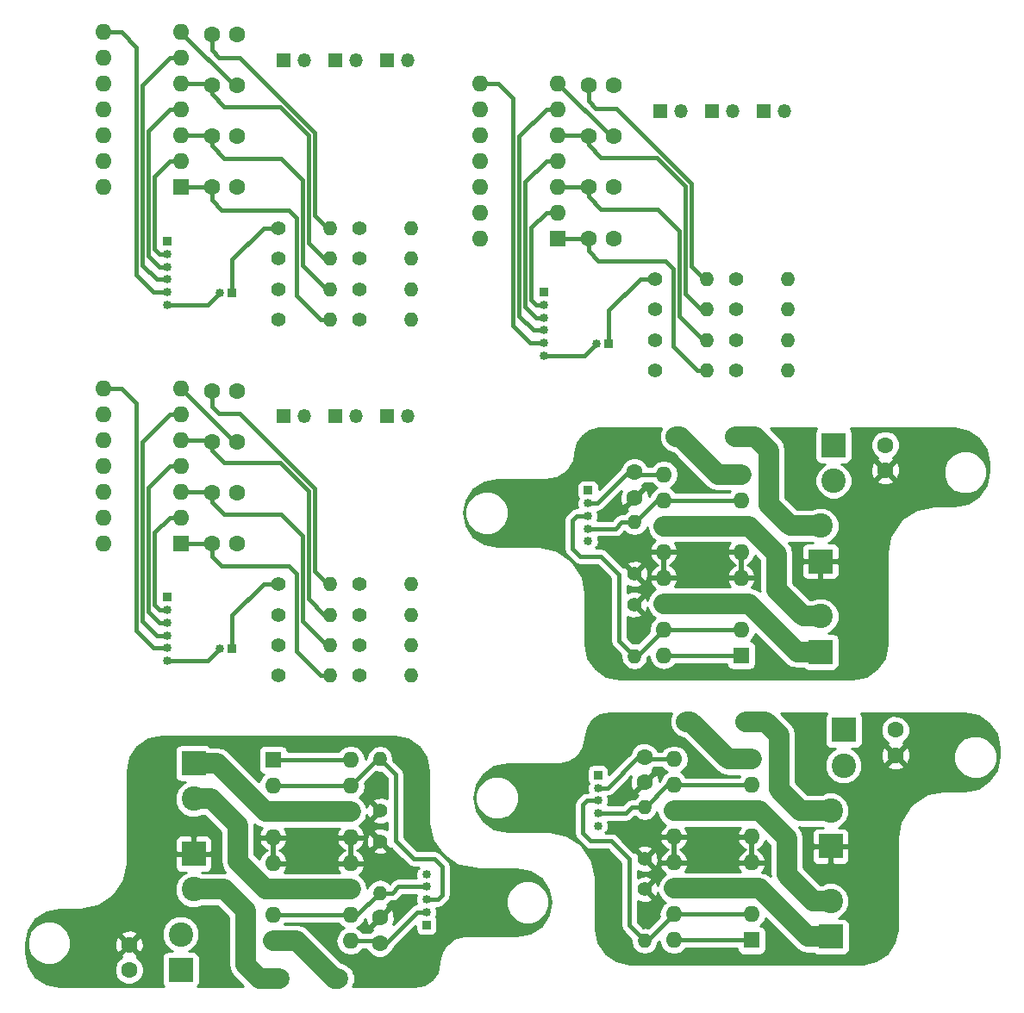
<source format=gbl>
%MOIN*%
%OFA0B0*%
%FSLAX46Y46*%
%IPPOS*%
%LPD*%
%AMREC790*
4,1,3,
0.031496062992125984,0.031496062992125991,
-0.031496062992125991,0.031496062992125984,
-0.031496062992125984,-0.031496062992125991,
0.031496062992125991,-0.031496062992125984,
0*%
%AMREC800*
4,1,3,
0.047244094488188969,0.047244094488188983,
-0.047244094488188983,0.047244094488188969,
-0.047244094488188969,-0.047244094488188983,
0.047244094488188983,-0.047244094488188969,
0*%
%AMREC810*
4,1,3,
0.016732283464566927,0.016732283464566931,
-0.016732283464566931,0.016732283464566927,
-0.016732283464566927,-0.016732283464566931,
0.016732283464566931,-0.016732283464566927,
0*%
%ADD10C,0.0039370078740157488*%
%ADD11R,0.033464566929133861X0.033464566929133861*%
%ADD12C,0.033464566929133861*%
%ADD13C,0.055118110236220472*%
%ADD14O,0.055118110236220472X0.055118110236220472*%
%ADD15C,0.062992125984251982*%
%ADD16R,0.062992125984251982X0.062992125984251982*%
%ADD17O,0.062992125984251982X0.062992125984251982*%
%ADD18R,0.053149606299212608X0.053149606299212608*%
%ADD19O,0.053149606299212608X0.053149606299212608*%
%ADD20C,0.016*%
%ADD21C,0.012000000000000002*%
%ADD32C,0.0039370078740157488*%
%ADD33R,0.033464566929133861X0.033464566929133861*%
%ADD34C,0.033464566929133861*%
%ADD35C,0.055118110236220472*%
%ADD36O,0.055118110236220472X0.055118110236220472*%
%ADD37C,0.062992125984251982*%
%ADD38R,0.062992125984251982X0.062992125984251982*%
%ADD39O,0.062992125984251982X0.062992125984251982*%
%ADD40R,0.053149606299212608X0.053149606299212608*%
%ADD41O,0.053149606299212608X0.053149606299212608*%
%ADD42C,0.016*%
%ADD43C,0.012000000000000002*%
%ADD44C,0.0039370078740157488*%
%ADD45R,0.033464566929133861X0.033464566929133861*%
%ADD46C,0.033464566929133861*%
%ADD47C,0.055118110236220472*%
%ADD48O,0.055118110236220472X0.055118110236220472*%
%ADD49C,0.062992125984251982*%
%ADD50R,0.062992125984251982X0.062992125984251982*%
%ADD51O,0.062992125984251982X0.062992125984251982*%
%ADD52R,0.053149606299212608X0.053149606299212608*%
%ADD53O,0.053149606299212608X0.053149606299212608*%
%ADD54C,0.016*%
%ADD55C,0.012000000000000002*%
%ADD56C,0.0039370078740157488*%
%ADD57C,0.055118110236220472*%
%ADD58O,0.055118110236220472X0.055118110236220472*%
%ADD59C,0.062992125984251982*%
%AMCOMP91*
4,1,3,
0.031496062992125984,0.031496062992125991,
-0.031496062992125991,0.031496062992125984,
-0.031496062992125984,-0.031496062992125991,
0.031496062992125991,-0.031496062992125984,
0*%
%ADD60COMP91*%
%ADD61O,0.062992125984251982X0.062992125984251982*%
%AMCOMP92*
4,1,3,
0.047244094488188969,0.047244094488188983,
-0.047244094488188983,0.047244094488188969,
-0.047244094488188969,-0.047244094488188983,
0.047244094488188983,-0.047244094488188969,
0*%
%ADD62COMP92*%
%ADD63C,0.094488188976377951*%
%AMCOMP93*
4,1,3,
0.016732283464566927,0.016732283464566931,
-0.016732283464566931,0.016732283464566927,
-0.016732283464566927,-0.016732283464566931,
0.016732283464566931,-0.016732283464566927,
0*%
%ADD64COMP93*%
%ADD65C,0.033464566929133861*%
%ADD66C,0.07874015748031496*%
%ADD67C,0.08*%
%ADD68C,0.016*%
%ADD69C,0.01*%
%ADD70C,0.0039370078740157488*%
%ADD71C,0.055118110236220472*%
%ADD72O,0.055118110236220472X0.055118110236220472*%
%ADD73C,0.062992125984251982*%
%ADD74R,0.062992125984251982X0.062992125984251982*%
%ADD75O,0.062992125984251982X0.062992125984251982*%
%ADD76R,0.094488188976377951X0.094488188976377951*%
%ADD77C,0.094488188976377951*%
%ADD78R,0.033464566929133861X0.033464566929133861*%
%ADD79C,0.033464566929133861*%
%ADD80C,0.07874015748031496*%
%ADD81C,0.08*%
%ADD82C,0.016*%
%ADD83C,0.01*%
%ADD84C,0.0039370078740157488*%
%ADD85C,0.055118110236220472*%
%ADD86O,0.055118110236220472X0.055118110236220472*%
%ADD87C,0.062992125984251982*%
%ADD88R,0.062992125984251982X0.062992125984251982*%
%ADD89O,0.062992125984251982X0.062992125984251982*%
%ADD90R,0.094488188976377951X0.094488188976377951*%
%ADD91C,0.094488188976377951*%
%ADD92R,0.033464566929133861X0.033464566929133861*%
%ADD93C,0.033464566929133861*%
%ADD94C,0.07874015748031496*%
%ADD95C,0.08*%
%ADD96C,0.016*%
%ADD97C,0.01*%
G01*
D10*
D11*
X-0006968503Y0007204724D02*
X0002151496Y0002729724D03*
D12*
X0002151496Y0002680511D03*
X0002151496Y0002631299D03*
X0002151496Y0002582086D03*
X0002151496Y0002532873D03*
X0002151496Y0002483661D03*
D13*
X0002893622Y0002662795D03*
D14*
X0003093622Y0002662795D03*
D13*
X0002893622Y0002426574D03*
D14*
X0003093622Y0002426574D03*
D13*
X0002893622Y0002544685D03*
D14*
X0003093622Y0002544685D03*
D13*
X0002578661Y0002662795D03*
D14*
X0002778661Y0002662795D03*
D13*
X0002578661Y0002544685D03*
D14*
X0002778661Y0002544685D03*
D13*
X0002578661Y0002426574D03*
D14*
X0002778661Y0002426574D03*
D15*
X0002322755Y0002938385D03*
X0002421181Y0002938385D03*
X0002322755Y0003135236D03*
X0002421181Y0003135236D03*
X0002322755Y0003332086D03*
X0002421181Y0003332086D03*
X0002322755Y0003528937D03*
X0002421181Y0003528937D03*
D13*
X0002578661Y0002780905D03*
D14*
X0002778661Y0002780905D03*
D13*
X0002893622Y0002780905D03*
D14*
X0003093622Y0002780905D03*
D16*
X0002204645Y0002938385D03*
D17*
X0001904645Y0003538385D03*
X0002204645Y0003038385D03*
X0001904645Y0003438385D03*
X0002204645Y0003138385D03*
X0001904645Y0003338385D03*
X0002204645Y0003238385D03*
X0001904645Y0003238385D03*
X0002204645Y0003338385D03*
X0001904645Y0003138385D03*
X0002204645Y0003438385D03*
X0001904645Y0003038385D03*
X0002204645Y0003538385D03*
X0001904645Y0002938385D03*
D18*
X0002801496Y0003429724D03*
D19*
X0002880236Y0003429724D03*
D18*
X0002601496Y0003429724D03*
D19*
X0002680236Y0003429724D03*
D18*
X0003001496Y0003429724D03*
D19*
X0003080236Y0003429724D03*
D11*
X0002401496Y0002529724D03*
D12*
X0002352283Y0002529724D03*
D20*
X0002204645Y0003538385D02*
X0002204645Y0003536574D01*
X0002204645Y0003536574D02*
X0002409133Y0003332086D01*
X0002409133Y0003332086D02*
X0002421181Y0003332086D01*
X0002151496Y0002483661D02*
X0002306220Y0002483661D01*
X0002306220Y0002483661D02*
X0002352283Y0002529724D01*
X0002151496Y0002680511D02*
X0002120708Y0002680511D01*
X0002160157Y0003038385D02*
X0002204645Y0003038385D01*
X0002101496Y0002979724D02*
X0002160157Y0003038385D01*
X0002101496Y0002699724D02*
X0002101496Y0002979724D01*
X0002120708Y0002680511D02*
X0002101496Y0002699724D01*
X0002204645Y0002938385D02*
X0002322755Y0002938385D01*
X0002778661Y0002426574D02*
X0002744645Y0002426574D01*
X0002322755Y0002888464D02*
X0002322755Y0002938385D01*
X0002361496Y0002849724D02*
X0002322755Y0002888464D01*
X0002621496Y0002849724D02*
X0002361496Y0002849724D01*
X0002649873Y0002821346D02*
X0002621496Y0002849724D01*
X0002649873Y0002521346D02*
X0002649873Y0002821346D01*
X0002744645Y0002426574D02*
X0002649873Y0002521346D01*
X0002204645Y0003138385D02*
X0002319606Y0003138385D01*
X0002319606Y0003138385D02*
X0002322755Y0003135236D01*
X0002778661Y0002544685D02*
X0002766535Y0002544685D01*
X0002766535Y0002544685D02*
X0002673747Y0002637472D01*
X0002322755Y0003098464D02*
X0002322755Y0003135236D01*
X0002371496Y0003049724D02*
X0002322755Y0003098464D01*
X0002591496Y0003049724D02*
X0002371496Y0003049724D01*
X0002673747Y0002967472D02*
X0002591496Y0003049724D01*
X0002673747Y0002637472D02*
X0002673747Y0002967472D01*
D21*
X0002319606Y0003138385D02*
X0002322755Y0003135236D01*
X0002322755Y0003135236D02*
X0002332598Y0003135236D01*
D20*
X0002204645Y0003338385D02*
X0002316456Y0003338385D01*
X0002316456Y0003338385D02*
X0002322755Y0003332086D01*
X0002778661Y0002662795D02*
X0002758425Y0002662795D01*
X0002758425Y0002662795D02*
X0002697621Y0002723598D01*
X0002322755Y0003298464D02*
X0002322755Y0003332086D01*
X0002371496Y0003249724D02*
X0002322755Y0003298464D01*
X0002587732Y0003249724D02*
X0002371496Y0003249724D01*
X0002697621Y0003139835D02*
X0002587732Y0003249724D01*
X0002697621Y0002723598D02*
X0002697621Y0003139835D01*
D21*
X0002316456Y0003338385D02*
X0002322755Y0003332086D01*
D20*
X0002778661Y0002780905D02*
X0002770314Y0002780905D01*
X0002770314Y0002780905D02*
X0002721496Y0002829724D01*
X0002322755Y0003468464D02*
X0002322755Y0003528937D01*
X0002351496Y0003439724D02*
X0002322755Y0003468464D01*
X0002431496Y0003439724D02*
X0002351496Y0003439724D01*
X0002721496Y0003149724D02*
X0002431496Y0003439724D01*
X0002721496Y0002829724D02*
X0002721496Y0003149724D01*
X0002401496Y0002529724D02*
X0002401496Y0002659724D01*
X0002522677Y0002780905D02*
X0002578661Y0002780905D01*
X0002401496Y0002659724D02*
X0002522677Y0002780905D01*
X0002151496Y0002631299D02*
X0002119921Y0002631299D01*
X0002160157Y0003238385D02*
X0002204645Y0003238385D01*
X0002077621Y0003155850D02*
X0002160157Y0003238385D01*
X0002077621Y0002673598D02*
X0002077621Y0003155850D01*
X0002119921Y0002631299D02*
X0002077621Y0002673598D01*
D21*
X0002204645Y0003238385D02*
X0002189685Y0003238385D01*
D20*
X0002151496Y0002582086D02*
X0002109133Y0002582086D01*
X0002160157Y0003438385D02*
X0002204645Y0003438385D01*
X0002053747Y0003331976D02*
X0002160157Y0003438385D01*
X0002053747Y0002637472D02*
X0002053747Y0003331976D01*
X0002109133Y0002582086D02*
X0002053747Y0002637472D01*
X0002151496Y0002532873D02*
X0002098346Y0002532873D01*
X0001972834Y0003538385D02*
X0001904645Y0003538385D01*
X0002029873Y0003481346D02*
X0001972834Y0003538385D01*
X0002029873Y0002601346D02*
X0002029873Y0003481346D01*
X0002098346Y0002532873D02*
X0002029873Y0002601346D01*
G04 next file*
G04 #@! TF.FileFunction,Copper,L2,Bot,Signal*
G04 Gerber Fmt 4.6, Leading zero omitted, Abs format (unit mm)*
G04 Created by KiCad (PCBNEW 4.0.6) date 06/26/19 15:12:34*
G01*
G04 APERTURE LIST*
G04 APERTURE END LIST*
D32*
D33*
X-0008425196Y0007401574D02*
X0000694803Y0002926574D03*
D34*
X0000694803Y0002877362D03*
X0000694803Y0002828149D03*
X0000694803Y0002778937D03*
X0000694803Y0002729724D03*
X0000694803Y0002680511D03*
D35*
X0001436929Y0002859645D03*
D36*
X0001636929Y0002859645D03*
D35*
X0001436929Y0002623425D03*
D36*
X0001636929Y0002623425D03*
D35*
X0001436929Y0002741535D03*
D36*
X0001636929Y0002741535D03*
D35*
X0001121968Y0002859645D03*
D36*
X0001321968Y0002859645D03*
D35*
X0001121968Y0002741535D03*
D36*
X0001321968Y0002741535D03*
D35*
X0001121968Y0002623425D03*
D36*
X0001321968Y0002623425D03*
D37*
X0000866062Y0003135236D03*
X0000964488Y0003135236D03*
X0000866062Y0003332086D03*
X0000964488Y0003332086D03*
X0000866062Y0003528937D03*
X0000964488Y0003528937D03*
X0000866062Y0003725787D03*
X0000964488Y0003725787D03*
D35*
X0001121968Y0002977755D03*
D36*
X0001321968Y0002977755D03*
D35*
X0001436929Y0002977755D03*
D36*
X0001636929Y0002977755D03*
D38*
X0000747952Y0003135236D03*
D39*
X0000447952Y0003735236D03*
X0000747952Y0003235236D03*
X0000447952Y0003635236D03*
X0000747952Y0003335236D03*
X0000447952Y0003535236D03*
X0000747952Y0003435236D03*
X0000447952Y0003435236D03*
X0000747952Y0003535236D03*
X0000447952Y0003335236D03*
X0000747952Y0003635236D03*
X0000447952Y0003235236D03*
X0000747952Y0003735236D03*
X0000447952Y0003135236D03*
D40*
X0001344803Y0003626574D03*
D41*
X0001423543Y0003626574D03*
D40*
X0001144803Y0003626574D03*
D41*
X0001223543Y0003626574D03*
D40*
X0001544803Y0003626574D03*
D41*
X0001623543Y0003626574D03*
D33*
X0000944803Y0002726574D03*
D34*
X0000895590Y0002726574D03*
D42*
X0000747952Y0003735236D02*
X0000747952Y0003733425D01*
X0000747952Y0003733425D02*
X0000952440Y0003528937D01*
X0000952440Y0003528937D02*
X0000964488Y0003528937D01*
X0000694803Y0002680511D02*
X0000849527Y0002680511D01*
X0000849527Y0002680511D02*
X0000895590Y0002726574D01*
X0000694803Y0002877362D02*
X0000664015Y0002877362D01*
X0000703464Y0003235236D02*
X0000747952Y0003235236D01*
X0000644803Y0003176574D02*
X0000703464Y0003235236D01*
X0000644803Y0002896574D02*
X0000644803Y0003176574D01*
X0000664015Y0002877362D02*
X0000644803Y0002896574D01*
X0000747952Y0003135236D02*
X0000866062Y0003135236D01*
X0001321968Y0002623425D02*
X0001287952Y0002623425D01*
X0000866062Y0003085314D02*
X0000866062Y0003135236D01*
X0000904803Y0003046574D02*
X0000866062Y0003085314D01*
X0001164803Y0003046574D02*
X0000904803Y0003046574D01*
X0001193180Y0003018197D02*
X0001164803Y0003046574D01*
X0001193180Y0002718197D02*
X0001193180Y0003018197D01*
X0001287952Y0002623425D02*
X0001193180Y0002718197D01*
X0000747952Y0003335236D02*
X0000862913Y0003335236D01*
X0000862913Y0003335236D02*
X0000866062Y0003332086D01*
X0001321968Y0002741535D02*
X0001309842Y0002741535D01*
X0001309842Y0002741535D02*
X0001217054Y0002834322D01*
X0000866062Y0003295314D02*
X0000866062Y0003332086D01*
X0000914803Y0003246574D02*
X0000866062Y0003295314D01*
X0001134803Y0003246574D02*
X0000914803Y0003246574D01*
X0001217054Y0003164322D02*
X0001134803Y0003246574D01*
X0001217054Y0002834322D02*
X0001217054Y0003164322D01*
D43*
X0000862913Y0003335236D02*
X0000866062Y0003332086D01*
X0000866062Y0003332086D02*
X0000875905Y0003332086D01*
D42*
X0000747952Y0003535236D02*
X0000859763Y0003535236D01*
X0000859763Y0003535236D02*
X0000866062Y0003528937D01*
X0001321968Y0002859645D02*
X0001301732Y0002859645D01*
X0001301732Y0002859645D02*
X0001240929Y0002920448D01*
X0000866062Y0003495314D02*
X0000866062Y0003528937D01*
X0000914803Y0003446574D02*
X0000866062Y0003495314D01*
X0001131040Y0003446574D02*
X0000914803Y0003446574D01*
X0001240929Y0003336685D02*
X0001131040Y0003446574D01*
X0001240929Y0002920448D02*
X0001240929Y0003336685D01*
D43*
X0000859763Y0003535236D02*
X0000866062Y0003528937D01*
D42*
X0001321968Y0002977755D02*
X0001313622Y0002977755D01*
X0001313622Y0002977755D02*
X0001264803Y0003026574D01*
X0000866062Y0003665314D02*
X0000866062Y0003725787D01*
X0000894803Y0003636574D02*
X0000866062Y0003665314D01*
X0000974803Y0003636574D02*
X0000894803Y0003636574D01*
X0001264803Y0003346574D02*
X0000974803Y0003636574D01*
X0001264803Y0003026574D02*
X0001264803Y0003346574D01*
X0000944803Y0002726574D02*
X0000944803Y0002856574D01*
X0001065984Y0002977755D02*
X0001121968Y0002977755D01*
X0000944803Y0002856574D02*
X0001065984Y0002977755D01*
X0000694803Y0002828149D02*
X0000663228Y0002828149D01*
X0000703464Y0003435236D02*
X0000747952Y0003435236D01*
X0000620929Y0003352700D02*
X0000703464Y0003435236D01*
X0000620929Y0002870448D02*
X0000620929Y0003352700D01*
X0000663228Y0002828149D02*
X0000620929Y0002870448D01*
D43*
X0000747952Y0003435236D02*
X0000732992Y0003435236D01*
D42*
X0000694803Y0002778937D02*
X0000652440Y0002778937D01*
X0000703464Y0003635236D02*
X0000747952Y0003635236D01*
X0000597054Y0003528826D02*
X0000703464Y0003635236D01*
X0000597054Y0002834322D02*
X0000597054Y0003528826D01*
X0000652440Y0002778937D02*
X0000597054Y0002834322D01*
X0000694803Y0002729724D02*
X0000641653Y0002729724D01*
X0000516141Y0003735236D02*
X0000447952Y0003735236D01*
X0000573180Y0003678197D02*
X0000516141Y0003735236D01*
X0000573180Y0002798197D02*
X0000573180Y0003678197D01*
X0000641653Y0002729724D02*
X0000573180Y0002798197D01*
G04 next file*
G04 #@! TF.FileFunction,Copper,L2,Bot,Signal*
G04 Gerber Fmt 4.6, Leading zero omitted, Abs format (unit mm)*
G04 Created by KiCad (PCBNEW 4.0.6) date 06/26/19 15:12:34*
G01*
G04 APERTURE LIST*
G04 APERTURE END LIST*
D44*
D45*
X-0008425196Y0006023622D02*
X0000694803Y0001548622D03*
D46*
X0000694803Y0001499409D03*
X0000694803Y0001450196D03*
X0000694803Y0001400984D03*
X0000694803Y0001351771D03*
X0000694803Y0001302559D03*
D47*
X0001436929Y0001481692D03*
D48*
X0001636929Y0001481692D03*
D47*
X0001436929Y0001245472D03*
D48*
X0001636929Y0001245472D03*
D47*
X0001436929Y0001363582D03*
D48*
X0001636929Y0001363582D03*
D47*
X0001121968Y0001481692D03*
D48*
X0001321968Y0001481692D03*
D47*
X0001121968Y0001363582D03*
D48*
X0001321968Y0001363582D03*
D47*
X0001121968Y0001245472D03*
D48*
X0001321968Y0001245472D03*
D49*
X0000866062Y0001757283D03*
X0000964488Y0001757283D03*
X0000866062Y0001954133D03*
X0000964488Y0001954133D03*
X0000866062Y0002150984D03*
X0000964488Y0002150984D03*
X0000866062Y0002347834D03*
X0000964488Y0002347834D03*
D47*
X0001121968Y0001599803D03*
D48*
X0001321968Y0001599803D03*
D47*
X0001436929Y0001599803D03*
D48*
X0001636929Y0001599803D03*
D50*
X0000747952Y0001757283D03*
D51*
X0000447952Y0002357283D03*
X0000747952Y0001857283D03*
X0000447952Y0002257283D03*
X0000747952Y0001957283D03*
X0000447952Y0002157283D03*
X0000747952Y0002057283D03*
X0000447952Y0002057283D03*
X0000747952Y0002157283D03*
X0000447952Y0001957283D03*
X0000747952Y0002257283D03*
X0000447952Y0001857283D03*
X0000747952Y0002357283D03*
X0000447952Y0001757283D03*
D52*
X0001344803Y0002248622D03*
D53*
X0001423543Y0002248622D03*
D52*
X0001144803Y0002248622D03*
D53*
X0001223543Y0002248622D03*
D52*
X0001544803Y0002248622D03*
D53*
X0001623543Y0002248622D03*
D45*
X0000944803Y0001348622D03*
D46*
X0000895590Y0001348622D03*
D54*
X0000747952Y0002357283D02*
X0000747952Y0002355472D01*
X0000747952Y0002355472D02*
X0000952440Y0002150984D01*
X0000952440Y0002150984D02*
X0000964488Y0002150984D01*
X0000694803Y0001302559D02*
X0000849527Y0001302559D01*
X0000849527Y0001302559D02*
X0000895590Y0001348622D01*
X0000694803Y0001499409D02*
X0000664015Y0001499409D01*
X0000703464Y0001857283D02*
X0000747952Y0001857283D01*
X0000644803Y0001798622D02*
X0000703464Y0001857283D01*
X0000644803Y0001518622D02*
X0000644803Y0001798622D01*
X0000664015Y0001499409D02*
X0000644803Y0001518622D01*
X0000747952Y0001757283D02*
X0000866062Y0001757283D01*
X0001321968Y0001245472D02*
X0001287952Y0001245472D01*
X0000866062Y0001707362D02*
X0000866062Y0001757283D01*
X0000904803Y0001668622D02*
X0000866062Y0001707362D01*
X0001164803Y0001668622D02*
X0000904803Y0001668622D01*
X0001193180Y0001640244D02*
X0001164803Y0001668622D01*
X0001193180Y0001340244D02*
X0001193180Y0001640244D01*
X0001287952Y0001245472D02*
X0001193180Y0001340244D01*
X0000747952Y0001957283D02*
X0000862913Y0001957283D01*
X0000862913Y0001957283D02*
X0000866062Y0001954133D01*
X0001321968Y0001363582D02*
X0001309842Y0001363582D01*
X0001309842Y0001363582D02*
X0001217054Y0001456370D01*
X0000866062Y0001917362D02*
X0000866062Y0001954133D01*
X0000914803Y0001868622D02*
X0000866062Y0001917362D01*
X0001134803Y0001868622D02*
X0000914803Y0001868622D01*
X0001217054Y0001786370D02*
X0001134803Y0001868622D01*
X0001217054Y0001456370D02*
X0001217054Y0001786370D01*
D55*
X0000862913Y0001957283D02*
X0000866062Y0001954133D01*
X0000866062Y0001954133D02*
X0000875905Y0001954133D01*
D54*
X0000747952Y0002157283D02*
X0000859763Y0002157283D01*
X0000859763Y0002157283D02*
X0000866062Y0002150984D01*
X0001321968Y0001481692D02*
X0001301732Y0001481692D01*
X0001301732Y0001481692D02*
X0001240929Y0001542496D01*
X0000866062Y0002117362D02*
X0000866062Y0002150984D01*
X0000914803Y0002068622D02*
X0000866062Y0002117362D01*
X0001131040Y0002068622D02*
X0000914803Y0002068622D01*
X0001240929Y0001958733D02*
X0001131040Y0002068622D01*
X0001240929Y0001542496D02*
X0001240929Y0001958733D01*
D55*
X0000859763Y0002157283D02*
X0000866062Y0002150984D01*
D54*
X0001321968Y0001599803D02*
X0001313622Y0001599803D01*
X0001313622Y0001599803D02*
X0001264803Y0001648622D01*
X0000866062Y0002287362D02*
X0000866062Y0002347834D01*
X0000894803Y0002258622D02*
X0000866062Y0002287362D01*
X0000974803Y0002258622D02*
X0000894803Y0002258622D01*
X0001264803Y0001968622D02*
X0000974803Y0002258622D01*
X0001264803Y0001648622D02*
X0001264803Y0001968622D01*
X0000944803Y0001348622D02*
X0000944803Y0001478622D01*
X0001065984Y0001599803D02*
X0001121968Y0001599803D01*
X0000944803Y0001478622D02*
X0001065984Y0001599803D01*
X0000694803Y0001450196D02*
X0000663228Y0001450196D01*
X0000703464Y0002057283D02*
X0000747952Y0002057283D01*
X0000620929Y0001974747D02*
X0000703464Y0002057283D01*
X0000620929Y0001492496D02*
X0000620929Y0001974747D01*
X0000663228Y0001450196D02*
X0000620929Y0001492496D01*
D55*
X0000747952Y0002057283D02*
X0000732992Y0002057283D01*
D54*
X0000694803Y0001400984D02*
X0000652440Y0001400984D01*
X0000703464Y0002257283D02*
X0000747952Y0002257283D01*
X0000597054Y0002150873D02*
X0000703464Y0002257283D01*
X0000597054Y0001456370D02*
X0000597054Y0002150873D01*
X0000652440Y0001400984D02*
X0000597054Y0001456370D01*
X0000694803Y0001351771D02*
X0000641653Y0001351771D01*
X0000516141Y0002357283D02*
X0000447952Y0002357283D01*
X0000573180Y0002300244D02*
X0000516141Y0002357283D01*
X0000573180Y0001420244D02*
X0000573180Y0002300244D01*
X0000641653Y0001351771D02*
X0000573180Y0001420244D01*
G04 next file*
G04 #@! TF.FileFunction,Copper,L2,Bot,Signal*
G04 Gerber Fmt 4.6, Leading zero omitted, Abs format (unit mm)*
G04 Created by KiCad (PCBNEW 4.0.6) date 06/26/19 15:48:09*
G01*
G04 APERTURE LIST*
G04 APERTURE END LIST*
D56*
D57*
X0009015748Y-0001968503D02*
X0001515826Y0000723031D03*
D58*
X0001515826Y0000923031D03*
D57*
X0001515826Y0000604921D03*
D58*
X0001515826Y0000404921D03*
D59*
X0000545747Y0000106496D03*
X0000545747Y0000204921D03*
X0001515826Y0000211220D03*
X0001515826Y0000309645D03*
D60*
X0001102440Y0000919881D03*
D61*
X0001402440Y0000219881D03*
X0001102440Y0000819881D03*
X0001402440Y0000319881D03*
X0001102440Y0000719881D03*
X0001402440Y0000419881D03*
X0001102440Y0000619881D03*
X0001402440Y0000519881D03*
X0001102440Y0000519881D03*
X0001402440Y0000619881D03*
X0001102440Y0000419881D03*
X0001402440Y0000719881D03*
X0001102440Y0000319881D03*
X0001402440Y0000819881D03*
X0001102440Y0000219881D03*
X0001402440Y0000919881D03*
D62*
X0000745748Y0000106496D03*
D63*
X0000745748Y0000244291D03*
D64*
X0001695748Y0000281496D03*
D65*
X0001695748Y0000330708D03*
X0001695748Y0000379921D03*
X0001695748Y0000429133D03*
X0001695748Y0000478346D03*
D66*
X0001354409Y0000073425D03*
X0001126062Y0000073425D03*
D62*
X0000795747Y0000556496D03*
D63*
X0000795747Y0000418700D03*
D62*
X0000795747Y0000906496D03*
D63*
X0000795747Y0000768700D03*
D67*
X0000795747Y0000906496D02*
X0000885747Y0000906496D01*
X0000885747Y0000906496D02*
X0001072362Y0000719881D01*
X0001072362Y0000719881D02*
X0001102440Y0000719881D01*
X0001402440Y0000719881D02*
X0001102440Y0000719881D01*
X0001102440Y0000419881D02*
X0001072362Y0000419881D01*
X0001072362Y0000419881D02*
X0000965748Y0000526496D01*
X0000863543Y0000768700D02*
X0000795747Y0000768700D01*
X0000965748Y0000666496D02*
X0000863543Y0000768700D01*
X0000965748Y0000526496D02*
X0000965748Y0000666496D01*
X0001402440Y0000419881D02*
X0001102440Y0000419881D01*
X0001354409Y0000073425D02*
X0001338661Y0000073425D01*
X0001338661Y0000073425D02*
X0001192204Y0000219881D01*
X0001192204Y0000219881D02*
X0001102440Y0000219881D01*
D68*
X0001695748Y0000330708D02*
X0001659960Y0000330708D01*
X0001659960Y0000330708D02*
X0001540472Y0000211220D01*
X0001540472Y0000211220D02*
X0001515826Y0000211220D01*
X0001695748Y0000330708D02*
X0001699960Y0000330708D01*
X0001402440Y0000219881D02*
X0001507165Y0000219881D01*
X0001507165Y0000219881D02*
X0001515826Y0000211220D01*
X0001102440Y0000919881D02*
X0001402440Y0000919881D01*
X0001695748Y0000379921D02*
X0001739173Y0000379921D01*
X0001645747Y0000536496D02*
X0001575748Y0000606496D01*
X0001575748Y0000606496D02*
X0001575748Y0000863110D01*
X0001575748Y0000863110D02*
X0001515826Y0000923031D01*
X0001725748Y0000536496D02*
X0001645747Y0000536496D01*
X0001755748Y0000506496D02*
X0001725748Y0000536496D01*
X0001755748Y0000396496D02*
X0001755748Y0000506496D01*
X0001739173Y0000379921D02*
X0001755748Y0000396496D01*
X0001515826Y0000923031D02*
X0001505590Y0000923031D01*
X0001505590Y0000923031D02*
X0001402440Y0000819881D01*
X0001402440Y0000819881D02*
X0001102440Y0000819881D01*
X0001515826Y0000404921D02*
X0001564173Y0000404921D01*
X0001588385Y0000429133D02*
X0001695748Y0000429133D01*
X0001564173Y0000404921D02*
X0001588385Y0000429133D01*
X0001515826Y0000404921D02*
X0001512677Y0000404921D01*
X0001512677Y0000404921D02*
X0001427637Y0000319881D01*
X0001427637Y0000319881D02*
X0001402440Y0000319881D01*
X0001402440Y0000319881D02*
X0001102440Y0000319881D01*
D67*
X0001126062Y0000073425D02*
X0001048818Y0000073425D01*
X0000913543Y0000418700D02*
X0000795747Y0000418700D01*
X0000995748Y0000336496D02*
X0000913543Y0000418700D01*
X0000995748Y0000126496D02*
X0000995748Y0000336496D01*
X0001048818Y0000073425D02*
X0000995748Y0000126496D01*
D69*
G36*
X0001412660Y0000045854D02*
X0001414461Y0000048550D01*
X0001415088Y0000051703D01*
X0001418768Y0000060565D01*
X0001418776Y0000070244D01*
X0001419409Y0000073425D01*
X0001418782Y0000076577D01*
X0001418790Y0000086172D01*
X0001415094Y0000095119D01*
X0001414461Y0000098299D01*
X0001412675Y0000100972D01*
X0001409011Y0000109840D01*
X0001402172Y0000116690D01*
X0001400371Y0000119387D01*
X0001397698Y0000121172D01*
X0001390919Y0000127963D01*
X0001381980Y0000131675D01*
X0001379283Y0000133477D01*
X0001376131Y0000134104D01*
X0001367269Y0000137784D01*
X0001366225Y0000137784D01*
X0001238166Y0000265843D01*
X0001231990Y0000269970D01*
X0001217079Y0000279934D01*
X0001192204Y0000284881D01*
X0001146803Y0000284881D01*
X0001148139Y0000286881D01*
X0001356742Y0000286881D01*
X0001361385Y0000279933D01*
X0001376428Y0000269881D01*
X0001361385Y0000259830D01*
X0001349138Y0000241501D01*
X0001344838Y0000219881D01*
X0001349138Y0000198261D01*
X0001361385Y0000179933D01*
X0001379714Y0000167686D01*
X0001401334Y0000163385D01*
X0001403547Y0000163385D01*
X0001425167Y0000167686D01*
X0001443496Y0000179933D01*
X0001448139Y0000186881D01*
X0001464754Y0000186881D01*
X0001467903Y0000179259D01*
X0001483782Y0000163353D01*
X0001504539Y0000154734D01*
X0001527015Y0000154714D01*
X0001547787Y0000163297D01*
X0001563693Y0000179176D01*
X0001569798Y0000193877D01*
X0001653525Y0000277604D01*
X0001653525Y0000264763D01*
X0001655269Y0000255499D01*
X0001660744Y0000246990D01*
X0001669098Y0000241282D01*
X0001679015Y0000239273D01*
X0001712480Y0000239273D01*
X0001721744Y0000241017D01*
X0001730253Y0000246492D01*
X0001735961Y0000254846D01*
X0001737970Y0000264763D01*
X0001737970Y0000298228D01*
X0001736226Y0000307492D01*
X0001733229Y0000312151D01*
X0001737473Y0000322371D01*
X0001737487Y0000338973D01*
X0001734203Y0000346921D01*
X0001739173Y0000346921D01*
X0001751801Y0000349433D01*
X0001762507Y0000356586D01*
X0001779082Y0000373161D01*
X0001786236Y0000383867D01*
X0001787842Y0000391942D01*
X0001788748Y0000396496D01*
X0001788748Y0000506496D01*
X0001786236Y0000519124D01*
X0001779082Y0000529830D01*
X0001749082Y0000559830D01*
X0001738376Y0000566984D01*
X0001725748Y0000569496D01*
X0001659417Y0000569496D01*
X0001608748Y0000620165D01*
X0001608748Y0000863110D01*
X0001606236Y0000875738D01*
X0001599082Y0000886444D01*
X0001567579Y0000917947D01*
X0001568385Y0000922001D01*
X0001568385Y0000924061D01*
X0001564384Y0000944174D01*
X0001552991Y0000961226D01*
X0001535940Y0000972619D01*
X0001515826Y0000976620D01*
X0001495713Y0000972619D01*
X0001478661Y0000961226D01*
X0001467268Y0000944174D01*
X0001464091Y0000928201D01*
X0001459335Y0000923445D01*
X0001455743Y0000941501D01*
X0001443496Y0000959830D01*
X0001425167Y0000972077D01*
X0001403547Y0000976377D01*
X0001401334Y0000976377D01*
X0001379714Y0000972077D01*
X0001361385Y0000959830D01*
X0001356742Y0000952881D01*
X0001159143Y0000952881D01*
X0001157683Y0000960642D01*
X0001152208Y0000969151D01*
X0001143853Y0000974859D01*
X0001133936Y0000976867D01*
X0001070944Y0000976867D01*
X0001061680Y0000975124D01*
X0001053171Y0000969649D01*
X0001047463Y0000961294D01*
X0001045455Y0000951377D01*
X0001045455Y0000888385D01*
X0001047198Y0000879121D01*
X0001052673Y0000870612D01*
X0001061027Y0000864904D01*
X0001067129Y0000863668D01*
X0001061385Y0000859830D01*
X0001049138Y0000841501D01*
X0001048064Y0000836103D01*
X0000931709Y0000952457D01*
X0000910622Y0000966548D01*
X0000906495Y0000967369D01*
X0000885747Y0000971496D01*
X0000861274Y0000971496D01*
X0000861263Y0000971513D01*
X0000852909Y0000977221D01*
X0000842992Y0000979229D01*
X0000748503Y0000979229D01*
X0000739239Y0000977486D01*
X0000730730Y0000972011D01*
X0000725022Y0000963657D01*
X0000723014Y0000953740D01*
X0000723014Y0000859251D01*
X0000724757Y0000849987D01*
X0000730232Y0000841478D01*
X0000738586Y0000835770D01*
X0000748503Y0000833762D01*
X0000764027Y0000833762D01*
X0000754878Y0000829982D01*
X0000734538Y0000809677D01*
X0000723516Y0000783134D01*
X0000723491Y0000754393D01*
X0000734466Y0000727831D01*
X0000754771Y0000707490D01*
X0000781314Y0000696469D01*
X0000810055Y0000696444D01*
X0000827617Y0000703700D01*
X0000836619Y0000703700D01*
X0000900747Y0000639572D01*
X0000900747Y0000567746D01*
X0000867992Y0000567746D01*
X0000867992Y0000608712D01*
X0000864186Y0000617901D01*
X0000857153Y0000624934D01*
X0000847964Y0000628740D01*
X0000806997Y0000628740D01*
X0000800748Y0000622490D01*
X0000800748Y0000561496D01*
X0000790748Y0000561496D01*
X0000790748Y0000622490D01*
X0000784498Y0000628740D01*
X0000743531Y0000628740D01*
X0000734342Y0000624934D01*
X0000727309Y0000617901D01*
X0000723503Y0000608712D01*
X0000723503Y0000567746D01*
X0000729753Y0000561496D01*
X0000790748Y0000561496D01*
X0000800748Y0000561496D01*
X0000861742Y0000561496D01*
X0000867992Y0000567746D01*
X0000900747Y0000567746D01*
X0000900747Y0000526496D01*
X0000905695Y0000501621D01*
X0000905695Y0000501621D01*
X0000918302Y0000482754D01*
X0000913543Y0000483700D01*
X0000827596Y0000483700D01*
X0000826269Y0000484251D01*
X0000847964Y0000484251D01*
X0000857153Y0000488057D01*
X0000864186Y0000495090D01*
X0000867992Y0000504279D01*
X0000867992Y0000545246D01*
X0000861742Y0000551496D01*
X0000800748Y0000551496D01*
X0000800748Y0000550708D01*
X0000790748Y0000550708D01*
X0000790748Y0000551496D01*
X0000729753Y0000551496D01*
X0000723503Y0000545246D01*
X0000723503Y0000504279D01*
X0000727309Y0000495090D01*
X0000734342Y0000488057D01*
X0000743531Y0000484251D01*
X0000765212Y0000484251D01*
X0000754878Y0000479982D01*
X0000734538Y0000459677D01*
X0000723516Y0000433134D01*
X0000723491Y0000404393D01*
X0000734466Y0000377831D01*
X0000754771Y0000357490D01*
X0000781314Y0000346469D01*
X0000810055Y0000346444D01*
X0000827617Y0000353700D01*
X0000886619Y0000353700D01*
X0000930747Y0000309572D01*
X0000930747Y0000126496D01*
X0000935695Y0000101621D01*
X0000949786Y0000080534D01*
X0000987997Y0000042322D01*
X0000811682Y0000042322D01*
X0000816473Y0000049335D01*
X0000818481Y0000059251D01*
X0000818481Y0000153740D01*
X0000816738Y0000163004D01*
X0000811263Y0000171513D01*
X0000802909Y0000177221D01*
X0000792992Y0000179229D01*
X0000777468Y0000179229D01*
X0000786617Y0000183010D01*
X0000806957Y0000203314D01*
X0000817979Y0000229858D01*
X0000818004Y0000258598D01*
X0000807029Y0000285160D01*
X0000786724Y0000305501D01*
X0000760181Y0000316522D01*
X0000731440Y0000316547D01*
X0000704878Y0000305572D01*
X0000684538Y0000285267D01*
X0000673516Y0000258724D01*
X0000673504Y0000244596D01*
X0000578351Y0000244596D01*
X0000575433Y0000254285D01*
X0000554282Y0000261888D01*
X0000531832Y0000260817D01*
X0000516062Y0000254285D01*
X0000513144Y0000244596D01*
X0000545747Y0000211992D01*
X0000578351Y0000244596D01*
X0000673504Y0000244596D01*
X0000673491Y0000229984D01*
X0000684466Y0000203421D01*
X0000691489Y0000196386D01*
X0000602715Y0000196386D01*
X0000601644Y0000218836D01*
X0000595112Y0000234606D01*
X0000585422Y0000237525D01*
X0000552819Y0000204921D01*
X0000538676Y0000204921D01*
X0000506072Y0000237525D01*
X0000496383Y0000234606D01*
X0000493960Y0000227866D01*
X0000320368Y0000227866D01*
X0000307599Y0000258771D01*
X0000283974Y0000282437D01*
X0000253092Y0000295260D01*
X0000219652Y0000295290D01*
X0000188747Y0000282520D01*
X0000165082Y0000258895D01*
X0000152258Y0000228013D01*
X0000152229Y0000194574D01*
X0000164999Y0000163669D01*
X0000188623Y0000140003D01*
X0000219506Y0000127179D01*
X0000252945Y0000127150D01*
X0000283850Y0000139920D01*
X0000307516Y0000163544D01*
X0000320339Y0000194427D01*
X0000320368Y0000227866D01*
X0000493960Y0000227866D01*
X0000488780Y0000213455D01*
X0000489851Y0000191005D01*
X0000496383Y0000175235D01*
X0000506072Y0000172317D01*
X0000538676Y0000204921D01*
X0000552819Y0000204921D01*
X0000585422Y0000172317D01*
X0000595112Y0000175235D01*
X0000602715Y0000196386D01*
X0000691489Y0000196386D01*
X0000704771Y0000183081D01*
X0000714047Y0000179229D01*
X0000698503Y0000179229D01*
X0000689239Y0000177486D01*
X0000680730Y0000172011D01*
X0000675022Y0000163657D01*
X0000673014Y0000153740D01*
X0000673014Y0000117684D01*
X0000602253Y0000117684D01*
X0000593670Y0000138456D01*
X0000577792Y0000154363D01*
X0000575175Y0000155449D01*
X0000575433Y0000155556D01*
X0000578351Y0000165246D01*
X0000545747Y0000197850D01*
X0000513144Y0000165246D01*
X0000516062Y0000155556D01*
X0000516318Y0000155464D01*
X0000513787Y0000154418D01*
X0000497880Y0000138540D01*
X0000489261Y0000117783D01*
X0000489242Y0000095307D01*
X0000497825Y0000074535D01*
X0000513703Y0000058628D01*
X0000534460Y0000050009D01*
X0000556936Y0000049990D01*
X0000577708Y0000058573D01*
X0000593615Y0000074451D01*
X0000602234Y0000095208D01*
X0000602253Y0000117684D01*
X0000673014Y0000117684D01*
X0000673014Y0000059251D01*
X0000674757Y0000049987D01*
X0000679689Y0000042322D01*
X0000278422Y0000042322D01*
X0000226310Y0000052688D01*
X0000184466Y0000080647D01*
X0000156507Y0000122491D01*
X0000146141Y0000174603D01*
X0000146141Y0000208467D01*
X0000156507Y0000260578D01*
X0000184466Y0000302423D01*
X0000226310Y0000330382D01*
X0000278422Y0000340747D01*
X0000354409Y0000340747D01*
X0000357109Y0000341285D01*
X0000420127Y0000353272D01*
X0000430139Y0000357419D01*
X0000430204Y0000357446D01*
X0000481294Y0000391583D01*
X0000489006Y0000399295D01*
X0000523144Y0000450386D01*
X0000527317Y0000460462D01*
X0000539305Y0000520727D01*
X0000539305Y0000523480D01*
X0000539842Y0000526181D01*
X0000539842Y0000877758D01*
X0000550208Y0000929870D01*
X0000578167Y0000971714D01*
X0000620011Y0000999673D01*
X0000672123Y0001010039D01*
X0001572128Y0001010039D01*
X0001624240Y0000999673D01*
X0001666084Y0000971714D01*
X0001694043Y0000929870D01*
X0001704409Y0000877758D01*
X0001704409Y0000683661D01*
X0001704946Y0000680961D01*
X0001704946Y0000678208D01*
X0001716934Y0000617942D01*
X0001721107Y0000607866D01*
X0001755245Y0000556776D01*
X0001759016Y0000553005D01*
X0001762957Y0000549064D01*
X0001814047Y0000514926D01*
X0001814155Y0000514881D01*
X0001824124Y0000510752D01*
X0001884389Y0000498765D01*
X0001887142Y0000498765D01*
X0001889842Y0000498228D01*
X0002044569Y0000498228D01*
X0002096681Y0000487862D01*
X0002138525Y0000459903D01*
X0002166484Y0000418059D01*
X0002172991Y0000385347D01*
X0002170762Y0000385347D01*
X0002157992Y0000416251D01*
X0002134368Y0000439917D01*
X0002103485Y0000452741D01*
X0002070046Y0000452770D01*
X0002039141Y0000440000D01*
X0002015476Y0000416376D01*
X0002002652Y0000385493D01*
X0002002623Y0000352054D01*
X0002015392Y0000321149D01*
X0002039017Y0000297483D01*
X0002069899Y0000284660D01*
X0002103339Y0000284631D01*
X0002134244Y0000297400D01*
X0002157909Y0000321025D01*
X0002170733Y0000351907D01*
X0002170762Y0000385347D01*
X0002172991Y0000385347D01*
X0002176302Y0000368700D01*
X0002166484Y0000319342D01*
X0002138525Y0000277498D01*
X0002096681Y0000249538D01*
X0002044569Y0000239173D01*
X0001850472Y0000239173D01*
X0001847772Y0000238636D01*
X0001845019Y0000238636D01*
X0001814886Y0000232642D01*
X0001804810Y0000228468D01*
X0001779265Y0000211399D01*
X0001771552Y0000203687D01*
X0001754484Y0000178142D01*
X0001752071Y0000172317D01*
X0001750310Y0000168066D01*
X0001744316Y0000137933D01*
X0001744316Y0000137933D01*
X0001736410Y0000098188D01*
X0001716985Y0000069116D01*
X0001687914Y0000049691D01*
X0001650868Y0000042322D01*
X0001411193Y0000042322D01*
X0001412660Y0000045854D01*
X0001412660Y0000045854D01*
G37*
X0001412660Y0000045854D02*
X0001414461Y0000048550D01*
X0001415088Y0000051703D01*
X0001418768Y0000060565D01*
X0001418776Y0000070244D01*
X0001419409Y0000073425D01*
X0001418782Y0000076577D01*
X0001418790Y0000086172D01*
X0001415094Y0000095119D01*
X0001414461Y0000098299D01*
X0001412675Y0000100972D01*
X0001409011Y0000109840D01*
X0001402172Y0000116690D01*
X0001400371Y0000119387D01*
X0001397698Y0000121172D01*
X0001390919Y0000127963D01*
X0001381980Y0000131675D01*
X0001379283Y0000133477D01*
X0001376131Y0000134104D01*
X0001367269Y0000137784D01*
X0001366225Y0000137784D01*
X0001238166Y0000265843D01*
X0001231990Y0000269970D01*
X0001217079Y0000279934D01*
X0001192204Y0000284881D01*
X0001146803Y0000284881D01*
X0001148139Y0000286881D01*
X0001356742Y0000286881D01*
X0001361385Y0000279933D01*
X0001376428Y0000269881D01*
X0001361385Y0000259830D01*
X0001349138Y0000241501D01*
X0001344838Y0000219881D01*
X0001349138Y0000198261D01*
X0001361385Y0000179933D01*
X0001379714Y0000167686D01*
X0001401334Y0000163385D01*
X0001403547Y0000163385D01*
X0001425167Y0000167686D01*
X0001443496Y0000179933D01*
X0001448139Y0000186881D01*
X0001464754Y0000186881D01*
X0001467903Y0000179259D01*
X0001483782Y0000163353D01*
X0001504539Y0000154734D01*
X0001527015Y0000154714D01*
X0001547787Y0000163297D01*
X0001563693Y0000179176D01*
X0001569798Y0000193877D01*
X0001653525Y0000277604D01*
X0001653525Y0000264763D01*
X0001655269Y0000255499D01*
X0001660744Y0000246990D01*
X0001669098Y0000241282D01*
X0001679015Y0000239273D01*
X0001712480Y0000239273D01*
X0001721744Y0000241017D01*
X0001730253Y0000246492D01*
X0001735961Y0000254846D01*
X0001737970Y0000264763D01*
X0001737970Y0000298228D01*
X0001736226Y0000307492D01*
X0001733229Y0000312151D01*
X0001737473Y0000322371D01*
X0001737487Y0000338973D01*
X0001734203Y0000346921D01*
X0001739173Y0000346921D01*
X0001751801Y0000349433D01*
X0001762507Y0000356586D01*
X0001779082Y0000373161D01*
X0001786236Y0000383867D01*
X0001787842Y0000391942D01*
X0001788748Y0000396496D01*
X0001788748Y0000506496D01*
X0001786236Y0000519124D01*
X0001779082Y0000529830D01*
X0001749082Y0000559830D01*
X0001738376Y0000566984D01*
X0001725748Y0000569496D01*
X0001659417Y0000569496D01*
X0001608748Y0000620165D01*
X0001608748Y0000863110D01*
X0001606236Y0000875738D01*
X0001599082Y0000886444D01*
X0001567579Y0000917947D01*
X0001568385Y0000922001D01*
X0001568385Y0000924061D01*
X0001564384Y0000944174D01*
X0001552991Y0000961226D01*
X0001535940Y0000972619D01*
X0001515826Y0000976620D01*
X0001495713Y0000972619D01*
X0001478661Y0000961226D01*
X0001467268Y0000944174D01*
X0001464091Y0000928201D01*
X0001459335Y0000923445D01*
X0001455743Y0000941501D01*
X0001443496Y0000959830D01*
X0001425167Y0000972077D01*
X0001403547Y0000976377D01*
X0001401334Y0000976377D01*
X0001379714Y0000972077D01*
X0001361385Y0000959830D01*
X0001356742Y0000952881D01*
X0001159143Y0000952881D01*
X0001157683Y0000960642D01*
X0001152208Y0000969151D01*
X0001143853Y0000974859D01*
X0001133936Y0000976867D01*
X0001070944Y0000976867D01*
X0001061680Y0000975124D01*
X0001053171Y0000969649D01*
X0001047463Y0000961294D01*
X0001045455Y0000951377D01*
X0001045455Y0000888385D01*
X0001047198Y0000879121D01*
X0001052673Y0000870612D01*
X0001061027Y0000864904D01*
X0001067129Y0000863668D01*
X0001061385Y0000859830D01*
X0001049138Y0000841501D01*
X0001048064Y0000836103D01*
X0000931709Y0000952457D01*
X0000910622Y0000966548D01*
X0000906495Y0000967369D01*
X0000885747Y0000971496D01*
X0000861274Y0000971496D01*
X0000861263Y0000971513D01*
X0000852909Y0000977221D01*
X0000842992Y0000979229D01*
X0000748503Y0000979229D01*
X0000739239Y0000977486D01*
X0000730730Y0000972011D01*
X0000725022Y0000963657D01*
X0000723014Y0000953740D01*
X0000723014Y0000859251D01*
X0000724757Y0000849987D01*
X0000730232Y0000841478D01*
X0000738586Y0000835770D01*
X0000748503Y0000833762D01*
X0000764027Y0000833762D01*
X0000754878Y0000829982D01*
X0000734538Y0000809677D01*
X0000723516Y0000783134D01*
X0000723491Y0000754393D01*
X0000734466Y0000727831D01*
X0000754771Y0000707490D01*
X0000781314Y0000696469D01*
X0000810055Y0000696444D01*
X0000827617Y0000703700D01*
X0000836619Y0000703700D01*
X0000900747Y0000639572D01*
X0000900747Y0000567746D01*
X0000867992Y0000567746D01*
X0000867992Y0000608712D01*
X0000864186Y0000617901D01*
X0000857153Y0000624934D01*
X0000847964Y0000628740D01*
X0000806997Y0000628740D01*
X0000800748Y0000622490D01*
X0000800748Y0000561496D01*
X0000790748Y0000561496D01*
X0000790748Y0000622490D01*
X0000784498Y0000628740D01*
X0000743531Y0000628740D01*
X0000734342Y0000624934D01*
X0000727309Y0000617901D01*
X0000723503Y0000608712D01*
X0000723503Y0000567746D01*
X0000729753Y0000561496D01*
X0000790748Y0000561496D01*
X0000800748Y0000561496D01*
X0000861742Y0000561496D01*
X0000867992Y0000567746D01*
X0000900747Y0000567746D01*
X0000900747Y0000526496D01*
X0000905695Y0000501621D01*
X0000905695Y0000501621D01*
X0000918302Y0000482754D01*
X0000913543Y0000483700D01*
X0000827596Y0000483700D01*
X0000826269Y0000484251D01*
X0000847964Y0000484251D01*
X0000857153Y0000488057D01*
X0000864186Y0000495090D01*
X0000867992Y0000504279D01*
X0000867992Y0000545246D01*
X0000861742Y0000551496D01*
X0000800748Y0000551496D01*
X0000800748Y0000550708D01*
X0000790748Y0000550708D01*
X0000790748Y0000551496D01*
X0000729753Y0000551496D01*
X0000723503Y0000545246D01*
X0000723503Y0000504279D01*
X0000727309Y0000495090D01*
X0000734342Y0000488057D01*
X0000743531Y0000484251D01*
X0000765212Y0000484251D01*
X0000754878Y0000479982D01*
X0000734538Y0000459677D01*
X0000723516Y0000433134D01*
X0000723491Y0000404393D01*
X0000734466Y0000377831D01*
X0000754771Y0000357490D01*
X0000781314Y0000346469D01*
X0000810055Y0000346444D01*
X0000827617Y0000353700D01*
X0000886619Y0000353700D01*
X0000930747Y0000309572D01*
X0000930747Y0000126496D01*
X0000935695Y0000101621D01*
X0000949786Y0000080534D01*
X0000987997Y0000042322D01*
X0000811682Y0000042322D01*
X0000816473Y0000049335D01*
X0000818481Y0000059251D01*
X0000818481Y0000153740D01*
X0000816738Y0000163004D01*
X0000811263Y0000171513D01*
X0000802909Y0000177221D01*
X0000792992Y0000179229D01*
X0000777468Y0000179229D01*
X0000786617Y0000183010D01*
X0000806957Y0000203314D01*
X0000817979Y0000229858D01*
X0000818004Y0000258598D01*
X0000807029Y0000285160D01*
X0000786724Y0000305501D01*
X0000760181Y0000316522D01*
X0000731440Y0000316547D01*
X0000704878Y0000305572D01*
X0000684538Y0000285267D01*
X0000673516Y0000258724D01*
X0000673504Y0000244596D01*
X0000578351Y0000244596D01*
X0000575433Y0000254285D01*
X0000554282Y0000261888D01*
X0000531832Y0000260817D01*
X0000516062Y0000254285D01*
X0000513144Y0000244596D01*
X0000545747Y0000211992D01*
X0000578351Y0000244596D01*
X0000673504Y0000244596D01*
X0000673491Y0000229984D01*
X0000684466Y0000203421D01*
X0000691489Y0000196386D01*
X0000602715Y0000196386D01*
X0000601644Y0000218836D01*
X0000595112Y0000234606D01*
X0000585422Y0000237525D01*
X0000552819Y0000204921D01*
X0000538676Y0000204921D01*
X0000506072Y0000237525D01*
X0000496383Y0000234606D01*
X0000493960Y0000227866D01*
X0000320368Y0000227866D01*
X0000307599Y0000258771D01*
X0000283974Y0000282437D01*
X0000253092Y0000295260D01*
X0000219652Y0000295290D01*
X0000188747Y0000282520D01*
X0000165082Y0000258895D01*
X0000152258Y0000228013D01*
X0000152229Y0000194574D01*
X0000164999Y0000163669D01*
X0000188623Y0000140003D01*
X0000219506Y0000127179D01*
X0000252945Y0000127150D01*
X0000283850Y0000139920D01*
X0000307516Y0000163544D01*
X0000320339Y0000194427D01*
X0000320368Y0000227866D01*
X0000493960Y0000227866D01*
X0000488780Y0000213455D01*
X0000489851Y0000191005D01*
X0000496383Y0000175235D01*
X0000506072Y0000172317D01*
X0000538676Y0000204921D01*
X0000552819Y0000204921D01*
X0000585422Y0000172317D01*
X0000595112Y0000175235D01*
X0000602715Y0000196386D01*
X0000691489Y0000196386D01*
X0000704771Y0000183081D01*
X0000714047Y0000179229D01*
X0000698503Y0000179229D01*
X0000689239Y0000177486D01*
X0000680730Y0000172011D01*
X0000675022Y0000163657D01*
X0000673014Y0000153740D01*
X0000673014Y0000117684D01*
X0000602253Y0000117684D01*
X0000593670Y0000138456D01*
X0000577792Y0000154363D01*
X0000575175Y0000155449D01*
X0000575433Y0000155556D01*
X0000578351Y0000165246D01*
X0000545747Y0000197850D01*
X0000513144Y0000165246D01*
X0000516062Y0000155556D01*
X0000516318Y0000155464D01*
X0000513787Y0000154418D01*
X0000497880Y0000138540D01*
X0000489261Y0000117783D01*
X0000489242Y0000095307D01*
X0000497825Y0000074535D01*
X0000513703Y0000058628D01*
X0000534460Y0000050009D01*
X0000556936Y0000049990D01*
X0000577708Y0000058573D01*
X0000593615Y0000074451D01*
X0000602234Y0000095208D01*
X0000602253Y0000117684D01*
X0000673014Y0000117684D01*
X0000673014Y0000059251D01*
X0000674757Y0000049987D01*
X0000679689Y0000042322D01*
X0000278422Y0000042322D01*
X0000226310Y0000052688D01*
X0000184466Y0000080647D01*
X0000156507Y0000122491D01*
X0000146141Y0000174603D01*
X0000146141Y0000208467D01*
X0000156507Y0000260578D01*
X0000184466Y0000302423D01*
X0000226310Y0000330382D01*
X0000278422Y0000340747D01*
X0000354409Y0000340747D01*
X0000357109Y0000341285D01*
X0000420127Y0000353272D01*
X0000430139Y0000357419D01*
X0000430204Y0000357446D01*
X0000481294Y0000391583D01*
X0000489006Y0000399295D01*
X0000523144Y0000450386D01*
X0000527317Y0000460462D01*
X0000539305Y0000520727D01*
X0000539305Y0000523480D01*
X0000539842Y0000526181D01*
X0000539842Y0000877758D01*
X0000550208Y0000929870D01*
X0000578167Y0000971714D01*
X0000620011Y0000999673D01*
X0000672123Y0001010039D01*
X0001572128Y0001010039D01*
X0001624240Y0000999673D01*
X0001666084Y0000971714D01*
X0001694043Y0000929870D01*
X0001704409Y0000877758D01*
X0001704409Y0000683661D01*
X0001704946Y0000680961D01*
X0001704946Y0000678208D01*
X0001716934Y0000617942D01*
X0001721107Y0000607866D01*
X0001755245Y0000556776D01*
X0001759016Y0000553005D01*
X0001762957Y0000549064D01*
X0001814047Y0000514926D01*
X0001814155Y0000514881D01*
X0001824124Y0000510752D01*
X0001884389Y0000498765D01*
X0001887142Y0000498765D01*
X0001889842Y0000498228D01*
X0002044569Y0000498228D01*
X0002096681Y0000487862D01*
X0002138525Y0000459903D01*
X0002166484Y0000418059D01*
X0002172991Y0000385347D01*
X0002170762Y0000385347D01*
X0002157992Y0000416251D01*
X0002134368Y0000439917D01*
X0002103485Y0000452741D01*
X0002070046Y0000452770D01*
X0002039141Y0000440000D01*
X0002015476Y0000416376D01*
X0002002652Y0000385493D01*
X0002002623Y0000352054D01*
X0002015392Y0000321149D01*
X0002039017Y0000297483D01*
X0002069899Y0000284660D01*
X0002103339Y0000284631D01*
X0002134244Y0000297400D01*
X0002157909Y0000321025D01*
X0002170733Y0000351907D01*
X0002170762Y0000385347D01*
X0002172991Y0000385347D01*
X0002176302Y0000368700D01*
X0002166484Y0000319342D01*
X0002138525Y0000277498D01*
X0002096681Y0000249538D01*
X0002044569Y0000239173D01*
X0001850472Y0000239173D01*
X0001847772Y0000238636D01*
X0001845019Y0000238636D01*
X0001814886Y0000232642D01*
X0001804810Y0000228468D01*
X0001779265Y0000211399D01*
X0001771552Y0000203687D01*
X0001754484Y0000178142D01*
X0001752071Y0000172317D01*
X0001750310Y0000168066D01*
X0001744316Y0000137933D01*
X0001744316Y0000137933D01*
X0001736410Y0000098188D01*
X0001716985Y0000069116D01*
X0001687914Y0000049691D01*
X0001650868Y0000042322D01*
X0001411193Y0000042322D01*
X0001412660Y0000045854D01*
G36*
X0001462493Y0000444756D02*
X0001448402Y0000465843D01*
X0001435710Y0000474324D01*
X0001436107Y0000474512D01*
X0001450907Y0000490849D01*
X0001457240Y0000506140D01*
X0001452437Y0000514881D01*
X0001407440Y0000514881D01*
X0001407440Y0000514094D01*
X0001397440Y0000514094D01*
X0001397440Y0000514881D01*
X0001352444Y0000514881D01*
X0001347641Y0000506140D01*
X0001353974Y0000490849D01*
X0001359380Y0000484881D01*
X0001145501Y0000484881D01*
X0001150907Y0000490849D01*
X0001157240Y0000506140D01*
X0001152437Y0000514881D01*
X0001107440Y0000514881D01*
X0001107440Y0000514094D01*
X0001097440Y0000514094D01*
X0001097440Y0000514881D01*
X0001096653Y0000514881D01*
X0001096653Y0000524881D01*
X0001097440Y0000524881D01*
X0001097440Y0000614881D01*
X0001052444Y0000614881D01*
X0001047641Y0000606140D01*
X0001053974Y0000590849D01*
X0001068774Y0000574512D01*
X0001078557Y0000569881D01*
X0001068774Y0000565251D01*
X0001053974Y0000548914D01*
X0001048491Y0000535676D01*
X0001030748Y0000553419D01*
X0001030748Y0000666496D01*
X0001029711Y0000671707D01*
X0001047487Y0000659829D01*
X0001061362Y0000657069D01*
X0001053974Y0000648914D01*
X0001047641Y0000633623D01*
X0001052444Y0000624881D01*
X0001097440Y0000624881D01*
X0001097440Y0000625669D01*
X0001107440Y0000625669D01*
X0001107440Y0000624881D01*
X0001152437Y0000624881D01*
X0001157240Y0000633623D01*
X0001150907Y0000648914D01*
X0001145501Y0000654881D01*
X0001359380Y0000654881D01*
X0001353974Y0000648914D01*
X0001347641Y0000633623D01*
X0001352444Y0000624881D01*
X0001397440Y0000624881D01*
X0001397440Y0000625669D01*
X0001407440Y0000625669D01*
X0001407440Y0000624881D01*
X0001452437Y0000624881D01*
X0001457240Y0000633623D01*
X0001450907Y0000648914D01*
X0001436107Y0000665251D01*
X0001435710Y0000665439D01*
X0001448402Y0000673919D01*
X0001462493Y0000695007D01*
X0001464933Y0000707277D01*
X0001469722Y0000695715D01*
X0001479004Y0000693280D01*
X0001508755Y0000723031D01*
X0001479004Y0000752782D01*
X0001469722Y0000750347D01*
X0001464392Y0000735208D01*
X0001462493Y0000744756D01*
X0001448402Y0000765843D01*
X0001435406Y0000774527D01*
X0001443496Y0000779933D01*
X0001455743Y0000798261D01*
X0001460043Y0000819881D01*
X0001458229Y0000829001D01*
X0001501517Y0000872289D01*
X0001515826Y0000869442D01*
X0001521598Y0000870590D01*
X0001542748Y0000849441D01*
X0001542748Y0000769274D01*
X0001523420Y0000776079D01*
X0001502541Y0000774947D01*
X0001488510Y0000769135D01*
X0001486076Y0000759853D01*
X0001515826Y0000730102D01*
X0001516383Y0000730659D01*
X0001523454Y0000723588D01*
X0001522897Y0000723031D01*
X0001523454Y0000722474D01*
X0001516383Y0000715403D01*
X0001515826Y0000715960D01*
X0001486076Y0000686209D01*
X0001488510Y0000676927D01*
X0001508233Y0000669983D01*
X0001529111Y0000671115D01*
X0001542748Y0000676763D01*
X0001542748Y0000651164D01*
X0001523420Y0000657969D01*
X0001502541Y0000656837D01*
X0001488510Y0000651025D01*
X0001486076Y0000641743D01*
X0001515826Y0000611992D01*
X0001516383Y0000612549D01*
X0001523454Y0000605477D01*
X0001522897Y0000604921D01*
X0001508755Y0000604921D01*
X0001479004Y0000634671D01*
X0001469722Y0000632237D01*
X0001462778Y0000612514D01*
X0001463910Y0000591636D01*
X0001469722Y0000577605D01*
X0001479004Y0000575170D01*
X0001508755Y0000604921D01*
X0001522897Y0000604921D01*
X0001552648Y0000575170D01*
X0001558792Y0000576782D01*
X0001567475Y0000568099D01*
X0001545577Y0000568099D01*
X0001515826Y0000597850D01*
X0001486076Y0000568099D01*
X0001488510Y0000558817D01*
X0001508233Y0000551873D01*
X0001529111Y0000553005D01*
X0001543142Y0000558817D01*
X0001545577Y0000568099D01*
X0001567475Y0000568099D01*
X0001601951Y0000533623D01*
X0001457240Y0000533623D01*
X0001450907Y0000548914D01*
X0001436107Y0000565251D01*
X0001426324Y0000569881D01*
X0001436107Y0000574512D01*
X0001450907Y0000590849D01*
X0001457240Y0000606140D01*
X0001452437Y0000614881D01*
X0001407440Y0000614881D01*
X0001407440Y0000524881D01*
X0001397440Y0000524881D01*
X0001397440Y0000614881D01*
X0001352444Y0000614881D01*
X0001347641Y0000606140D01*
X0001353974Y0000590849D01*
X0001368774Y0000574512D01*
X0001378557Y0000569881D01*
X0001368774Y0000565251D01*
X0001353974Y0000548914D01*
X0001347641Y0000533623D01*
X0001157240Y0000533623D01*
X0001150907Y0000548914D01*
X0001136107Y0000565251D01*
X0001126324Y0000569881D01*
X0001136107Y0000574512D01*
X0001150907Y0000590849D01*
X0001157240Y0000606140D01*
X0001152437Y0000614881D01*
X0001107440Y0000614881D01*
X0001107440Y0000524881D01*
X0001152437Y0000524881D01*
X0001157240Y0000533623D01*
X0001347641Y0000533623D01*
X0001352444Y0000524881D01*
X0001397440Y0000524881D01*
X0001407440Y0000524881D01*
X0001452437Y0000524881D01*
X0001457240Y0000533623D01*
X0001601951Y0000533623D01*
X0001622413Y0000513161D01*
X0001633119Y0000506007D01*
X0001645747Y0000503496D01*
X0001663527Y0000503496D01*
X0001666789Y0000500234D01*
X0001658624Y0000499138D01*
X0001653493Y0000483348D01*
X0001654795Y0000466797D01*
X0001656727Y0000462133D01*
X0001588385Y0000462133D01*
X0001575757Y0000459621D01*
X0001565051Y0000452468D01*
X0001554075Y0000441492D01*
X0001552991Y0000443115D01*
X0001535940Y0000454509D01*
X0001515826Y0000458509D01*
X0001495713Y0000454509D01*
X0001478661Y0000443115D01*
X0001467268Y0000426064D01*
X0001466739Y0000423406D01*
X0001462493Y0000444756D01*
X0001462493Y0000444756D01*
G37*
X0001462493Y0000444756D02*
X0001448402Y0000465843D01*
X0001435710Y0000474324D01*
X0001436107Y0000474512D01*
X0001450907Y0000490849D01*
X0001457240Y0000506140D01*
X0001452437Y0000514881D01*
X0001407440Y0000514881D01*
X0001407440Y0000514094D01*
X0001397440Y0000514094D01*
X0001397440Y0000514881D01*
X0001352444Y0000514881D01*
X0001347641Y0000506140D01*
X0001353974Y0000490849D01*
X0001359380Y0000484881D01*
X0001145501Y0000484881D01*
X0001150907Y0000490849D01*
X0001157240Y0000506140D01*
X0001152437Y0000514881D01*
X0001107440Y0000514881D01*
X0001107440Y0000514094D01*
X0001097440Y0000514094D01*
X0001097440Y0000514881D01*
X0001096653Y0000514881D01*
X0001096653Y0000524881D01*
X0001097440Y0000524881D01*
X0001097440Y0000614881D01*
X0001052444Y0000614881D01*
X0001047641Y0000606140D01*
X0001053974Y0000590849D01*
X0001068774Y0000574512D01*
X0001078557Y0000569881D01*
X0001068774Y0000565251D01*
X0001053974Y0000548914D01*
X0001048491Y0000535676D01*
X0001030748Y0000553419D01*
X0001030748Y0000666496D01*
X0001029711Y0000671707D01*
X0001047487Y0000659829D01*
X0001061362Y0000657069D01*
X0001053974Y0000648914D01*
X0001047641Y0000633623D01*
X0001052444Y0000624881D01*
X0001097440Y0000624881D01*
X0001097440Y0000625669D01*
X0001107440Y0000625669D01*
X0001107440Y0000624881D01*
X0001152437Y0000624881D01*
X0001157240Y0000633623D01*
X0001150907Y0000648914D01*
X0001145501Y0000654881D01*
X0001359380Y0000654881D01*
X0001353974Y0000648914D01*
X0001347641Y0000633623D01*
X0001352444Y0000624881D01*
X0001397440Y0000624881D01*
X0001397440Y0000625669D01*
X0001407440Y0000625669D01*
X0001407440Y0000624881D01*
X0001452437Y0000624881D01*
X0001457240Y0000633623D01*
X0001450907Y0000648914D01*
X0001436107Y0000665251D01*
X0001435710Y0000665439D01*
X0001448402Y0000673919D01*
X0001462493Y0000695007D01*
X0001464933Y0000707277D01*
X0001469722Y0000695715D01*
X0001479004Y0000693280D01*
X0001508755Y0000723031D01*
X0001479004Y0000752782D01*
X0001469722Y0000750347D01*
X0001464392Y0000735208D01*
X0001462493Y0000744756D01*
X0001448402Y0000765843D01*
X0001435406Y0000774527D01*
X0001443496Y0000779933D01*
X0001455743Y0000798261D01*
X0001460043Y0000819881D01*
X0001458229Y0000829001D01*
X0001501517Y0000872289D01*
X0001515826Y0000869442D01*
X0001521598Y0000870590D01*
X0001542748Y0000849441D01*
X0001542748Y0000769274D01*
X0001523420Y0000776079D01*
X0001502541Y0000774947D01*
X0001488510Y0000769135D01*
X0001486076Y0000759853D01*
X0001515826Y0000730102D01*
X0001516383Y0000730659D01*
X0001523454Y0000723588D01*
X0001522897Y0000723031D01*
X0001523454Y0000722474D01*
X0001516383Y0000715403D01*
X0001515826Y0000715960D01*
X0001486076Y0000686209D01*
X0001488510Y0000676927D01*
X0001508233Y0000669983D01*
X0001529111Y0000671115D01*
X0001542748Y0000676763D01*
X0001542748Y0000651164D01*
X0001523420Y0000657969D01*
X0001502541Y0000656837D01*
X0001488510Y0000651025D01*
X0001486076Y0000641743D01*
X0001515826Y0000611992D01*
X0001516383Y0000612549D01*
X0001523454Y0000605477D01*
X0001522897Y0000604921D01*
X0001508755Y0000604921D01*
X0001479004Y0000634671D01*
X0001469722Y0000632237D01*
X0001462778Y0000612514D01*
X0001463910Y0000591636D01*
X0001469722Y0000577605D01*
X0001479004Y0000575170D01*
X0001508755Y0000604921D01*
X0001522897Y0000604921D01*
X0001552648Y0000575170D01*
X0001558792Y0000576782D01*
X0001567475Y0000568099D01*
X0001545577Y0000568099D01*
X0001515826Y0000597850D01*
X0001486076Y0000568099D01*
X0001488510Y0000558817D01*
X0001508233Y0000551873D01*
X0001529111Y0000553005D01*
X0001543142Y0000558817D01*
X0001545577Y0000568099D01*
X0001567475Y0000568099D01*
X0001601951Y0000533623D01*
X0001457240Y0000533623D01*
X0001450907Y0000548914D01*
X0001436107Y0000565251D01*
X0001426324Y0000569881D01*
X0001436107Y0000574512D01*
X0001450907Y0000590849D01*
X0001457240Y0000606140D01*
X0001452437Y0000614881D01*
X0001407440Y0000614881D01*
X0001407440Y0000524881D01*
X0001397440Y0000524881D01*
X0001397440Y0000614881D01*
X0001352444Y0000614881D01*
X0001347641Y0000606140D01*
X0001353974Y0000590849D01*
X0001368774Y0000574512D01*
X0001378557Y0000569881D01*
X0001368774Y0000565251D01*
X0001353974Y0000548914D01*
X0001347641Y0000533623D01*
X0001157240Y0000533623D01*
X0001150907Y0000548914D01*
X0001136107Y0000565251D01*
X0001126324Y0000569881D01*
X0001136107Y0000574512D01*
X0001150907Y0000590849D01*
X0001157240Y0000606140D01*
X0001152437Y0000614881D01*
X0001107440Y0000614881D01*
X0001107440Y0000524881D01*
X0001152437Y0000524881D01*
X0001157240Y0000533623D01*
X0001347641Y0000533623D01*
X0001352444Y0000524881D01*
X0001397440Y0000524881D01*
X0001407440Y0000524881D01*
X0001452437Y0000524881D01*
X0001457240Y0000533623D01*
X0001601951Y0000533623D01*
X0001622413Y0000513161D01*
X0001633119Y0000506007D01*
X0001645747Y0000503496D01*
X0001663527Y0000503496D01*
X0001666789Y0000500234D01*
X0001658624Y0000499138D01*
X0001653493Y0000483348D01*
X0001654795Y0000466797D01*
X0001656727Y0000462133D01*
X0001588385Y0000462133D01*
X0001575757Y0000459621D01*
X0001565051Y0000452468D01*
X0001554075Y0000441492D01*
X0001552991Y0000443115D01*
X0001535940Y0000454509D01*
X0001515826Y0000458509D01*
X0001495713Y0000454509D01*
X0001478661Y0000443115D01*
X0001467268Y0000426064D01*
X0001466739Y0000423406D01*
X0001462493Y0000444756D01*
G36*
X0001696157Y0000470865D02*
X0001695748Y0000471275D01*
X0001695339Y0000470866D01*
X0001695042Y0000470866D01*
X0001688120Y0000477789D01*
X0001688676Y0000478346D01*
X0001688120Y0000478903D01*
X0001695191Y0000485974D01*
X0001695748Y0000485417D01*
X0001696304Y0000485974D01*
X0001703375Y0000478903D01*
X0001702819Y0000478346D01*
X0001703375Y0000477789D01*
X0001696451Y0000470865D01*
X0001696157Y0000470865D01*
X0001696157Y0000470865D01*
G37*
X0001696157Y0000470865D02*
X0001695748Y0000471275D01*
X0001695339Y0000470866D01*
X0001695042Y0000470866D01*
X0001688120Y0000477789D01*
X0001688676Y0000478346D01*
X0001688120Y0000478903D01*
X0001695191Y0000485974D01*
X0001695748Y0000485417D01*
X0001696304Y0000485974D01*
X0001703375Y0000478903D01*
X0001702819Y0000478346D01*
X0001703375Y0000477789D01*
X0001696451Y0000470865D01*
X0001696157Y0000470865D01*
G36*
X0001443496Y0000259830D02*
X0001428453Y0000269881D01*
X0001443496Y0000279933D01*
X0001455743Y0000298261D01*
X0001456502Y0000302077D01*
X0001459485Y0000305060D01*
X0001459930Y0000295730D01*
X0001466462Y0000279960D01*
X0001476151Y0000277041D01*
X0001508755Y0000309645D01*
X0001508198Y0000310202D01*
X0001515269Y0000317273D01*
X0001515826Y0000316716D01*
X0001548430Y0000349320D01*
X0001545511Y0000359010D01*
X0001542866Y0000359961D01*
X0001552991Y0000366726D01*
X0001556462Y0000371921D01*
X0001564173Y0000371921D01*
X0001576801Y0000374433D01*
X0001587507Y0000381586D01*
X0001602054Y0000396133D01*
X0001657293Y0000396133D01*
X0001654022Y0000388258D01*
X0001654008Y0000371656D01*
X0001657495Y0000363218D01*
X0001647332Y0000361196D01*
X0001636626Y0000354043D01*
X0001566677Y0000284094D01*
X0001572793Y0000301111D01*
X0001571723Y0000323561D01*
X0001565191Y0000339330D01*
X0001555501Y0000342249D01*
X0001522897Y0000309645D01*
X0001523454Y0000309088D01*
X0001516383Y0000302017D01*
X0001515826Y0000302574D01*
X0001483222Y0000269970D01*
X0001486141Y0000260280D01*
X0001486396Y0000260189D01*
X0001483866Y0000259143D01*
X0001477593Y0000252881D01*
X0001448139Y0000252881D01*
X0001443496Y0000259830D01*
X0001443496Y0000259830D01*
G37*
X0001443496Y0000259830D02*
X0001428453Y0000269881D01*
X0001443496Y0000279933D01*
X0001455743Y0000298261D01*
X0001456502Y0000302077D01*
X0001459485Y0000305060D01*
X0001459930Y0000295730D01*
X0001466462Y0000279960D01*
X0001476151Y0000277041D01*
X0001508755Y0000309645D01*
X0001508198Y0000310202D01*
X0001515269Y0000317273D01*
X0001515826Y0000316716D01*
X0001548430Y0000349320D01*
X0001545511Y0000359010D01*
X0001542866Y0000359961D01*
X0001552991Y0000366726D01*
X0001556462Y0000371921D01*
X0001564173Y0000371921D01*
X0001576801Y0000374433D01*
X0001587507Y0000381586D01*
X0001602054Y0000396133D01*
X0001657293Y0000396133D01*
X0001654022Y0000388258D01*
X0001654008Y0000371656D01*
X0001657495Y0000363218D01*
X0001647332Y0000361196D01*
X0001636626Y0000354043D01*
X0001566677Y0000284094D01*
X0001572793Y0000301111D01*
X0001571723Y0000323561D01*
X0001565191Y0000339330D01*
X0001555501Y0000342249D01*
X0001522897Y0000309645D01*
X0001523454Y0000309088D01*
X0001516383Y0000302017D01*
X0001515826Y0000302574D01*
X0001483222Y0000269970D01*
X0001486141Y0000260280D01*
X0001486396Y0000260189D01*
X0001483866Y0000259143D01*
X0001477593Y0000252881D01*
X0001448139Y0000252881D01*
X0001443496Y0000259830D01*
G04 next file*
G04 #@! TF.FileFunction,Copper,L2,Bot,Signal*
G04 Gerber Fmt 4.6, Leading zero omitted, Abs format (unit mm)*
G04 Created by KiCad (PCBNEW 4.0.6) date 06/26/19 15:48:09*
G01*
G04 APERTURE LIST*
G04 APERTURE END LIST*
D70*
D71*
X-0004960629Y0003110236D02*
X0002539291Y0000418700D03*
D72*
X0002539291Y0000218700D03*
D71*
X0002539291Y0000536811D03*
D72*
X0002539291Y0000736811D03*
D73*
X0003509370Y0001035236D03*
X0003509370Y0000936811D03*
X0002539291Y0000930511D03*
X0002539291Y0000832086D03*
D74*
X0002952677Y0000221850D03*
D75*
X0002652677Y0000921850D03*
X0002952677Y0000321850D03*
X0002652677Y0000821850D03*
X0002952677Y0000421850D03*
X0002652677Y0000721850D03*
X0002952677Y0000521850D03*
X0002652677Y0000621850D03*
X0002952677Y0000621850D03*
X0002652677Y0000521850D03*
X0002952677Y0000721850D03*
X0002652677Y0000421850D03*
X0002952677Y0000821850D03*
X0002652677Y0000321850D03*
X0002952677Y0000921850D03*
X0002652677Y0000221850D03*
D76*
X0003309370Y0001035236D03*
D77*
X0003309370Y0000897440D03*
D78*
X0002359370Y0000860236D03*
D79*
X0002359370Y0000811023D03*
X0002359370Y0000761811D03*
X0002359370Y0000712598D03*
X0002359370Y0000663385D03*
D80*
X0002700708Y0001068307D03*
X0002929055Y0001068307D03*
D76*
X0003259370Y0000585236D03*
D77*
X0003259370Y0000723031D03*
D76*
X0003259370Y0000235236D03*
D77*
X0003259370Y0000373031D03*
D81*
X0003259370Y0000235236D02*
X0003169370Y0000235236D01*
X0003169370Y0000235236D02*
X0002982755Y0000421850D01*
X0002982755Y0000421850D02*
X0002952677Y0000421850D01*
X0002652677Y0000421850D02*
X0002952677Y0000421850D01*
X0002952677Y0000721850D02*
X0002982755Y0000721850D01*
X0002982755Y0000721850D02*
X0003089370Y0000615236D01*
X0003191574Y0000373031D02*
X0003259370Y0000373031D01*
X0003089370Y0000475236D02*
X0003191574Y0000373031D01*
X0003089370Y0000615236D02*
X0003089370Y0000475236D01*
X0002652677Y0000721850D02*
X0002952677Y0000721850D01*
X0002700708Y0001068307D02*
X0002716456Y0001068307D01*
X0002716456Y0001068307D02*
X0002862913Y0000921850D01*
X0002862913Y0000921850D02*
X0002952677Y0000921850D01*
D82*
X0002359370Y0000811023D02*
X0002395157Y0000811023D01*
X0002395157Y0000811023D02*
X0002514645Y0000930511D01*
X0002514645Y0000930511D02*
X0002539291Y0000930511D01*
X0002359370Y0000811023D02*
X0002355157Y0000811023D01*
X0002652677Y0000921850D02*
X0002547952Y0000921850D01*
X0002547952Y0000921850D02*
X0002539291Y0000930511D01*
X0002952677Y0000221850D02*
X0002652677Y0000221850D01*
X0002359370Y0000761811D02*
X0002315944Y0000761811D01*
X0002409370Y0000605236D02*
X0002479370Y0000535236D01*
X0002479370Y0000535236D02*
X0002479370Y0000278622D01*
X0002479370Y0000278622D02*
X0002539291Y0000218700D01*
X0002329370Y0000605236D02*
X0002409370Y0000605236D01*
X0002299370Y0000635236D02*
X0002329370Y0000605236D01*
X0002299370Y0000745236D02*
X0002299370Y0000635236D01*
X0002315944Y0000761811D02*
X0002299370Y0000745236D01*
X0002539291Y0000218700D02*
X0002549527Y0000218700D01*
X0002549527Y0000218700D02*
X0002652677Y0000321850D01*
X0002652677Y0000321850D02*
X0002952677Y0000321850D01*
X0002539291Y0000736811D02*
X0002490944Y0000736811D01*
X0002466732Y0000712598D02*
X0002359370Y0000712598D01*
X0002490944Y0000736811D02*
X0002466732Y0000712598D01*
X0002539291Y0000736811D02*
X0002542440Y0000736811D01*
X0002542440Y0000736811D02*
X0002627480Y0000821850D01*
X0002627480Y0000821850D02*
X0002652677Y0000821850D01*
X0002652677Y0000821850D02*
X0002952677Y0000821850D01*
D81*
X0002929055Y0001068307D02*
X0003006299Y0001068307D01*
X0003141574Y0000723031D02*
X0003259370Y0000723031D01*
X0003059370Y0000805236D02*
X0003141574Y0000723031D01*
X0003059370Y0001015236D02*
X0003059370Y0000805236D01*
X0003006299Y0001068307D02*
X0003059370Y0001015236D01*
D83*
G36*
X0002642458Y0001095877D02*
X0002640656Y0001093181D01*
X0002640029Y0001090028D01*
X0002636349Y0001081167D01*
X0002636341Y0001071487D01*
X0002635708Y0001068307D01*
X0002636335Y0001065154D01*
X0002636327Y0001055559D01*
X0002640023Y0001046613D01*
X0002640656Y0001043432D01*
X0002642442Y0001040759D01*
X0002646106Y0001031892D01*
X0002652945Y0001025041D01*
X0002654746Y0001022345D01*
X0002657419Y0001020559D01*
X0002664198Y0001013768D01*
X0002673137Y0001010056D01*
X0002675834Y0001008254D01*
X0002678986Y0001007627D01*
X0002687848Y0001003948D01*
X0002688892Y0001003947D01*
X0002816951Y0000875888D01*
X0002823127Y0000871761D01*
X0002838038Y0000861798D01*
X0002862913Y0000856850D01*
X0002908314Y0000856850D01*
X0002906978Y0000854850D01*
X0002698375Y0000854850D01*
X0002693732Y0000861799D01*
X0002678689Y0000871850D01*
X0002693732Y0000881901D01*
X0002705979Y0000900230D01*
X0002710280Y0000921850D01*
X0002705979Y0000943470D01*
X0002693732Y0000961799D01*
X0002675404Y0000974045D01*
X0002653783Y0000978346D01*
X0002651570Y0000978346D01*
X0002629950Y0000974045D01*
X0002611621Y0000961799D01*
X0002606978Y0000954850D01*
X0002590363Y0000954850D01*
X0002587214Y0000962472D01*
X0002571335Y0000978378D01*
X0002550578Y0000986998D01*
X0002528102Y0000987017D01*
X0002507330Y0000978434D01*
X0002491424Y0000962556D01*
X0002485319Y0000947855D01*
X0002401592Y0000864127D01*
X0002401592Y0000876968D01*
X0002399848Y0000886232D01*
X0002394373Y0000894741D01*
X0002386019Y0000900450D01*
X0002376102Y0000902458D01*
X0002342637Y0000902458D01*
X0002333373Y0000900715D01*
X0002324864Y0000895239D01*
X0002319156Y0000886885D01*
X0002317148Y0000876968D01*
X0002317148Y0000843503D01*
X0002318891Y0000834239D01*
X0002321888Y0000829581D01*
X0002317645Y0000819361D01*
X0002317630Y0000802758D01*
X0002320914Y0000794811D01*
X0002315944Y0000794811D01*
X0002303316Y0000792299D01*
X0002292610Y0000785145D01*
X0002276035Y0000768570D01*
X0002268882Y0000757864D01*
X0002267275Y0000749789D01*
X0002266370Y0000745236D01*
X0002266370Y0000635236D01*
X0002268882Y0000622607D01*
X0002276035Y0000611901D01*
X0002306035Y0000581901D01*
X0002316741Y0000574748D01*
X0002329370Y0000572236D01*
X0002395701Y0000572236D01*
X0002446370Y0000521567D01*
X0002446370Y0000278622D01*
X0002448882Y0000265993D01*
X0002456035Y0000255287D01*
X0002487538Y0000223784D01*
X0002486732Y0000219730D01*
X0002486732Y0000217671D01*
X0002490733Y0000197557D01*
X0002502126Y0000180506D01*
X0002519177Y0000169112D01*
X0002539291Y0000165112D01*
X0002559404Y0000169112D01*
X0002576456Y0000180506D01*
X0002587849Y0000197557D01*
X0002591026Y0000213531D01*
X0002595782Y0000218287D01*
X0002599374Y0000200230D01*
X0002611621Y0000181901D01*
X0002629950Y0000169654D01*
X0002651570Y0000165354D01*
X0002653783Y0000165354D01*
X0002675404Y0000169654D01*
X0002693732Y0000181901D01*
X0002698375Y0000188850D01*
X0002895974Y0000188850D01*
X0002897434Y0000181089D01*
X0002902909Y0000172581D01*
X0002911264Y0000166872D01*
X0002921181Y0000164864D01*
X0002984173Y0000164864D01*
X0002993437Y0000166607D01*
X0003001946Y0000172083D01*
X0003007654Y0000180437D01*
X0003009662Y0000190354D01*
X0003009662Y0000253346D01*
X0003007919Y0000262610D01*
X0003002444Y0000271119D01*
X0002994090Y0000276827D01*
X0002987988Y0000278063D01*
X0002993732Y0000281901D01*
X0003005979Y0000300230D01*
X0003007053Y0000305629D01*
X0003123408Y0000189274D01*
X0003144495Y0000175184D01*
X0003148622Y0000174363D01*
X0003169370Y0000170236D01*
X0003193843Y0000170236D01*
X0003193854Y0000170218D01*
X0003202209Y0000164510D01*
X0003212125Y0000162502D01*
X0003306614Y0000162502D01*
X0003315878Y0000164245D01*
X0003324387Y0000169720D01*
X0003330095Y0000178075D01*
X0003332103Y0000187992D01*
X0003332103Y0000282480D01*
X0003330360Y0000291744D01*
X0003324885Y0000300253D01*
X0003316531Y0000305961D01*
X0003306614Y0000307970D01*
X0003291091Y0000307970D01*
X0003300239Y0000311750D01*
X0003320579Y0000332055D01*
X0003331601Y0000358598D01*
X0003331626Y0000387338D01*
X0003320651Y0000413901D01*
X0003300346Y0000434241D01*
X0003273803Y0000445262D01*
X0003245062Y0000445288D01*
X0003227500Y0000438031D01*
X0003218498Y0000438031D01*
X0003154370Y0000502160D01*
X0003154370Y0000573986D01*
X0003187125Y0000573986D01*
X0003187125Y0000533019D01*
X0003190932Y0000523830D01*
X0003197964Y0000516798D01*
X0003207153Y0000512992D01*
X0003248120Y0000512992D01*
X0003254370Y0000519242D01*
X0003254370Y0000580236D01*
X0003264370Y0000580236D01*
X0003264370Y0000519242D01*
X0003270620Y0000512992D01*
X0003311586Y0000512992D01*
X0003320775Y0000516798D01*
X0003327808Y0000523830D01*
X0003331614Y0000533019D01*
X0003331614Y0000573986D01*
X0003325364Y0000580236D01*
X0003264370Y0000580236D01*
X0003254370Y0000580236D01*
X0003193375Y0000580236D01*
X0003187125Y0000573986D01*
X0003154370Y0000573986D01*
X0003154370Y0000615236D01*
X0003149422Y0000640110D01*
X0003149422Y0000640110D01*
X0003136815Y0000658978D01*
X0003141574Y0000658031D01*
X0003227521Y0000658031D01*
X0003228848Y0000657480D01*
X0003207153Y0000657480D01*
X0003197964Y0000653674D01*
X0003190932Y0000646641D01*
X0003187125Y0000637453D01*
X0003187125Y0000596486D01*
X0003193375Y0000590236D01*
X0003254370Y0000590236D01*
X0003254370Y0000591023D01*
X0003264370Y0000591023D01*
X0003264370Y0000590236D01*
X0003325364Y0000590236D01*
X0003331614Y0000596486D01*
X0003331614Y0000637453D01*
X0003327808Y0000646641D01*
X0003320775Y0000653674D01*
X0003311586Y0000657480D01*
X0003289905Y0000657480D01*
X0003300239Y0000661750D01*
X0003320579Y0000682055D01*
X0003331601Y0000708598D01*
X0003331626Y0000737338D01*
X0003320651Y0000763901D01*
X0003300346Y0000784241D01*
X0003273803Y0000795263D01*
X0003245062Y0000795288D01*
X0003227500Y0000788031D01*
X0003168498Y0000788031D01*
X0003124370Y0000832160D01*
X0003124370Y0001015236D01*
X0003119422Y0001040110D01*
X0003105331Y0001061198D01*
X0003067120Y0001099409D01*
X0003243435Y0001099409D01*
X0003238644Y0001092397D01*
X0003236636Y0001082480D01*
X0003236636Y0000987992D01*
X0003238379Y0000978727D01*
X0003243854Y0000970218D01*
X0003252209Y0000964510D01*
X0003262125Y0000962502D01*
X0003277649Y0000962502D01*
X0003268500Y0000958722D01*
X0003248160Y0000938417D01*
X0003237138Y0000911874D01*
X0003237113Y0000883133D01*
X0003248088Y0000856571D01*
X0003268393Y0000836231D01*
X0003294936Y0000825209D01*
X0003323677Y0000825184D01*
X0003350239Y0000836159D01*
X0003370579Y0000856464D01*
X0003381601Y0000883007D01*
X0003381613Y0000897136D01*
X0003476766Y0000897136D01*
X0003479684Y0000887446D01*
X0003500835Y0000879843D01*
X0003523285Y0000880914D01*
X0003539055Y0000887446D01*
X0003541973Y0000897136D01*
X0003509370Y0000929739D01*
X0003476766Y0000897136D01*
X0003381613Y0000897136D01*
X0003381626Y0000911748D01*
X0003370651Y0000938310D01*
X0003363628Y0000945345D01*
X0003452402Y0000945345D01*
X0003453473Y0000922895D01*
X0003460005Y0000907125D01*
X0003469695Y0000904207D01*
X0003502299Y0000936811D01*
X0003516441Y0000936811D01*
X0003549045Y0000904207D01*
X0003558734Y0000907125D01*
X0003561157Y0000913865D01*
X0003734749Y0000913865D01*
X0003747518Y0000882960D01*
X0003771143Y0000859294D01*
X0003802025Y0000846471D01*
X0003835465Y0000846442D01*
X0003866370Y0000859211D01*
X0003890035Y0000882836D01*
X0003902859Y0000913718D01*
X0003902888Y0000947158D01*
X0003890118Y0000978062D01*
X0003866494Y0001001728D01*
X0003835611Y0001014552D01*
X0003802172Y0001014581D01*
X0003771267Y0001001811D01*
X0003747601Y0000978187D01*
X0003734778Y0000947304D01*
X0003734749Y0000913865D01*
X0003561157Y0000913865D01*
X0003566337Y0000928276D01*
X0003565266Y0000950726D01*
X0003558734Y0000966496D01*
X0003549045Y0000969414D01*
X0003516441Y0000936811D01*
X0003502299Y0000936811D01*
X0003469695Y0000969414D01*
X0003460005Y0000966496D01*
X0003452402Y0000945345D01*
X0003363628Y0000945345D01*
X0003350346Y0000958650D01*
X0003341070Y0000962502D01*
X0003356614Y0000962502D01*
X0003365878Y0000964245D01*
X0003374387Y0000969720D01*
X0003380095Y0000978075D01*
X0003382103Y0000987992D01*
X0003382103Y0001024047D01*
X0003452864Y0001024047D01*
X0003461447Y0001003275D01*
X0003477325Y0000987369D01*
X0003479942Y0000986282D01*
X0003479684Y0000986175D01*
X0003476766Y0000976486D01*
X0003509370Y0000943882D01*
X0003541973Y0000976486D01*
X0003539055Y0000986175D01*
X0003538799Y0000986267D01*
X0003541330Y0000987313D01*
X0003557237Y0001003192D01*
X0003565856Y0001023949D01*
X0003565875Y0001046424D01*
X0003557293Y0001067196D01*
X0003541414Y0001083103D01*
X0003520657Y0001091722D01*
X0003498181Y0001091742D01*
X0003477409Y0001083159D01*
X0003461502Y0001067280D01*
X0003452883Y0001046523D01*
X0003452864Y0001024047D01*
X0003382103Y0001024047D01*
X0003382103Y0001082480D01*
X0003380360Y0001091744D01*
X0003375428Y0001099409D01*
X0003776695Y0001099409D01*
X0003828807Y0001089043D01*
X0003870651Y0001061084D01*
X0003898610Y0001019240D01*
X0003908976Y0000967128D01*
X0003908976Y0000933265D01*
X0003898610Y0000881153D01*
X0003870651Y0000839309D01*
X0003828807Y0000811349D01*
X0003776695Y0000800984D01*
X0003700708Y0000800984D01*
X0003698008Y0000800447D01*
X0003634990Y0000788459D01*
X0003624978Y0000784312D01*
X0003624913Y0000784285D01*
X0003573823Y0000750148D01*
X0003566111Y0000742436D01*
X0003531973Y0000691346D01*
X0003527800Y0000681269D01*
X0003515812Y0000621004D01*
X0003515812Y0000618251D01*
X0003515275Y0000615551D01*
X0003515275Y0000263973D01*
X0003504909Y0000211861D01*
X0003476950Y0000170017D01*
X0003435106Y0000142058D01*
X0003382994Y0000131692D01*
X0002482989Y0000131692D01*
X0002430877Y0000142058D01*
X0002389033Y0000170017D01*
X0002361074Y0000211861D01*
X0002350708Y0000263973D01*
X0002350708Y0000458070D01*
X0002350171Y0000460771D01*
X0002350171Y0000463524D01*
X0002338184Y0000523789D01*
X0002334010Y0000533865D01*
X0002299872Y0000584955D01*
X0002296101Y0000588726D01*
X0002292160Y0000592668D01*
X0002241070Y0000626805D01*
X0002240962Y0000626850D01*
X0002230994Y0000630979D01*
X0002170728Y0000642966D01*
X0002167975Y0000642966D01*
X0002165275Y0000643503D01*
X0002010548Y0000643503D01*
X0001958436Y0000653869D01*
X0001916592Y0000681828D01*
X0001888633Y0000723672D01*
X0001882126Y0000756385D01*
X0001884355Y0000756385D01*
X0001897125Y0000725480D01*
X0001920749Y0000701814D01*
X0001951632Y0000688991D01*
X0001985071Y0000688961D01*
X0002015976Y0000701731D01*
X0002039642Y0000725355D01*
X0002052465Y0000756238D01*
X0002052494Y0000789677D01*
X0002039725Y0000820582D01*
X0002016100Y0000844248D01*
X0001985218Y0000857071D01*
X0001951778Y0000857101D01*
X0001920874Y0000844331D01*
X0001897208Y0000820707D01*
X0001884384Y0000789824D01*
X0001884355Y0000756385D01*
X0001882126Y0000756385D01*
X0001878815Y0000773031D01*
X0001888633Y0000822390D01*
X0001916592Y0000864234D01*
X0001958436Y0000892193D01*
X0002010548Y0000902559D01*
X0002204645Y0000902559D01*
X0002207345Y0000903096D01*
X0002210098Y0000903096D01*
X0002240231Y0000909089D01*
X0002250307Y0000913263D01*
X0002275853Y0000930332D01*
X0002283565Y0000938044D01*
X0002300633Y0000963589D01*
X0002303046Y0000969414D01*
X0002304807Y0000973666D01*
X0002310801Y0001003798D01*
X0002310801Y0001003798D01*
X0002318707Y0001043544D01*
X0002338132Y0001072615D01*
X0002367203Y0001092040D01*
X0002404249Y0001099409D01*
X0002643924Y0001099409D01*
X0002642458Y0001095877D01*
X0002642458Y0001095877D01*
G37*
X0002642458Y0001095877D02*
X0002640656Y0001093181D01*
X0002640029Y0001090028D01*
X0002636349Y0001081167D01*
X0002636341Y0001071487D01*
X0002635708Y0001068307D01*
X0002636335Y0001065154D01*
X0002636327Y0001055559D01*
X0002640023Y0001046613D01*
X0002640656Y0001043432D01*
X0002642442Y0001040759D01*
X0002646106Y0001031892D01*
X0002652945Y0001025041D01*
X0002654746Y0001022345D01*
X0002657419Y0001020559D01*
X0002664198Y0001013768D01*
X0002673137Y0001010056D01*
X0002675834Y0001008254D01*
X0002678986Y0001007627D01*
X0002687848Y0001003948D01*
X0002688892Y0001003947D01*
X0002816951Y0000875888D01*
X0002823127Y0000871761D01*
X0002838038Y0000861798D01*
X0002862913Y0000856850D01*
X0002908314Y0000856850D01*
X0002906978Y0000854850D01*
X0002698375Y0000854850D01*
X0002693732Y0000861799D01*
X0002678689Y0000871850D01*
X0002693732Y0000881901D01*
X0002705979Y0000900230D01*
X0002710280Y0000921850D01*
X0002705979Y0000943470D01*
X0002693732Y0000961799D01*
X0002675404Y0000974045D01*
X0002653783Y0000978346D01*
X0002651570Y0000978346D01*
X0002629950Y0000974045D01*
X0002611621Y0000961799D01*
X0002606978Y0000954850D01*
X0002590363Y0000954850D01*
X0002587214Y0000962472D01*
X0002571335Y0000978378D01*
X0002550578Y0000986998D01*
X0002528102Y0000987017D01*
X0002507330Y0000978434D01*
X0002491424Y0000962556D01*
X0002485319Y0000947855D01*
X0002401592Y0000864127D01*
X0002401592Y0000876968D01*
X0002399848Y0000886232D01*
X0002394373Y0000894741D01*
X0002386019Y0000900450D01*
X0002376102Y0000902458D01*
X0002342637Y0000902458D01*
X0002333373Y0000900715D01*
X0002324864Y0000895239D01*
X0002319156Y0000886885D01*
X0002317148Y0000876968D01*
X0002317148Y0000843503D01*
X0002318891Y0000834239D01*
X0002321888Y0000829581D01*
X0002317645Y0000819361D01*
X0002317630Y0000802758D01*
X0002320914Y0000794811D01*
X0002315944Y0000794811D01*
X0002303316Y0000792299D01*
X0002292610Y0000785145D01*
X0002276035Y0000768570D01*
X0002268882Y0000757864D01*
X0002267275Y0000749789D01*
X0002266370Y0000745236D01*
X0002266370Y0000635236D01*
X0002268882Y0000622607D01*
X0002276035Y0000611901D01*
X0002306035Y0000581901D01*
X0002316741Y0000574748D01*
X0002329370Y0000572236D01*
X0002395701Y0000572236D01*
X0002446370Y0000521567D01*
X0002446370Y0000278622D01*
X0002448882Y0000265993D01*
X0002456035Y0000255287D01*
X0002487538Y0000223784D01*
X0002486732Y0000219730D01*
X0002486732Y0000217671D01*
X0002490733Y0000197557D01*
X0002502126Y0000180506D01*
X0002519177Y0000169112D01*
X0002539291Y0000165112D01*
X0002559404Y0000169112D01*
X0002576456Y0000180506D01*
X0002587849Y0000197557D01*
X0002591026Y0000213531D01*
X0002595782Y0000218287D01*
X0002599374Y0000200230D01*
X0002611621Y0000181901D01*
X0002629950Y0000169654D01*
X0002651570Y0000165354D01*
X0002653783Y0000165354D01*
X0002675404Y0000169654D01*
X0002693732Y0000181901D01*
X0002698375Y0000188850D01*
X0002895974Y0000188850D01*
X0002897434Y0000181089D01*
X0002902909Y0000172581D01*
X0002911264Y0000166872D01*
X0002921181Y0000164864D01*
X0002984173Y0000164864D01*
X0002993437Y0000166607D01*
X0003001946Y0000172083D01*
X0003007654Y0000180437D01*
X0003009662Y0000190354D01*
X0003009662Y0000253346D01*
X0003007919Y0000262610D01*
X0003002444Y0000271119D01*
X0002994090Y0000276827D01*
X0002987988Y0000278063D01*
X0002993732Y0000281901D01*
X0003005979Y0000300230D01*
X0003007053Y0000305629D01*
X0003123408Y0000189274D01*
X0003144495Y0000175184D01*
X0003148622Y0000174363D01*
X0003169370Y0000170236D01*
X0003193843Y0000170236D01*
X0003193854Y0000170218D01*
X0003202209Y0000164510D01*
X0003212125Y0000162502D01*
X0003306614Y0000162502D01*
X0003315878Y0000164245D01*
X0003324387Y0000169720D01*
X0003330095Y0000178075D01*
X0003332103Y0000187992D01*
X0003332103Y0000282480D01*
X0003330360Y0000291744D01*
X0003324885Y0000300253D01*
X0003316531Y0000305961D01*
X0003306614Y0000307970D01*
X0003291091Y0000307970D01*
X0003300239Y0000311750D01*
X0003320579Y0000332055D01*
X0003331601Y0000358598D01*
X0003331626Y0000387338D01*
X0003320651Y0000413901D01*
X0003300346Y0000434241D01*
X0003273803Y0000445262D01*
X0003245062Y0000445288D01*
X0003227500Y0000438031D01*
X0003218498Y0000438031D01*
X0003154370Y0000502160D01*
X0003154370Y0000573986D01*
X0003187125Y0000573986D01*
X0003187125Y0000533019D01*
X0003190932Y0000523830D01*
X0003197964Y0000516798D01*
X0003207153Y0000512992D01*
X0003248120Y0000512992D01*
X0003254370Y0000519242D01*
X0003254370Y0000580236D01*
X0003264370Y0000580236D01*
X0003264370Y0000519242D01*
X0003270620Y0000512992D01*
X0003311586Y0000512992D01*
X0003320775Y0000516798D01*
X0003327808Y0000523830D01*
X0003331614Y0000533019D01*
X0003331614Y0000573986D01*
X0003325364Y0000580236D01*
X0003264370Y0000580236D01*
X0003254370Y0000580236D01*
X0003193375Y0000580236D01*
X0003187125Y0000573986D01*
X0003154370Y0000573986D01*
X0003154370Y0000615236D01*
X0003149422Y0000640110D01*
X0003149422Y0000640110D01*
X0003136815Y0000658978D01*
X0003141574Y0000658031D01*
X0003227521Y0000658031D01*
X0003228848Y0000657480D01*
X0003207153Y0000657480D01*
X0003197964Y0000653674D01*
X0003190932Y0000646641D01*
X0003187125Y0000637453D01*
X0003187125Y0000596486D01*
X0003193375Y0000590236D01*
X0003254370Y0000590236D01*
X0003254370Y0000591023D01*
X0003264370Y0000591023D01*
X0003264370Y0000590236D01*
X0003325364Y0000590236D01*
X0003331614Y0000596486D01*
X0003331614Y0000637453D01*
X0003327808Y0000646641D01*
X0003320775Y0000653674D01*
X0003311586Y0000657480D01*
X0003289905Y0000657480D01*
X0003300239Y0000661750D01*
X0003320579Y0000682055D01*
X0003331601Y0000708598D01*
X0003331626Y0000737338D01*
X0003320651Y0000763901D01*
X0003300346Y0000784241D01*
X0003273803Y0000795263D01*
X0003245062Y0000795288D01*
X0003227500Y0000788031D01*
X0003168498Y0000788031D01*
X0003124370Y0000832160D01*
X0003124370Y0001015236D01*
X0003119422Y0001040110D01*
X0003105331Y0001061198D01*
X0003067120Y0001099409D01*
X0003243435Y0001099409D01*
X0003238644Y0001092397D01*
X0003236636Y0001082480D01*
X0003236636Y0000987992D01*
X0003238379Y0000978727D01*
X0003243854Y0000970218D01*
X0003252209Y0000964510D01*
X0003262125Y0000962502D01*
X0003277649Y0000962502D01*
X0003268500Y0000958722D01*
X0003248160Y0000938417D01*
X0003237138Y0000911874D01*
X0003237113Y0000883133D01*
X0003248088Y0000856571D01*
X0003268393Y0000836231D01*
X0003294936Y0000825209D01*
X0003323677Y0000825184D01*
X0003350239Y0000836159D01*
X0003370579Y0000856464D01*
X0003381601Y0000883007D01*
X0003381613Y0000897136D01*
X0003476766Y0000897136D01*
X0003479684Y0000887446D01*
X0003500835Y0000879843D01*
X0003523285Y0000880914D01*
X0003539055Y0000887446D01*
X0003541973Y0000897136D01*
X0003509370Y0000929739D01*
X0003476766Y0000897136D01*
X0003381613Y0000897136D01*
X0003381626Y0000911748D01*
X0003370651Y0000938310D01*
X0003363628Y0000945345D01*
X0003452402Y0000945345D01*
X0003453473Y0000922895D01*
X0003460005Y0000907125D01*
X0003469695Y0000904207D01*
X0003502299Y0000936811D01*
X0003516441Y0000936811D01*
X0003549045Y0000904207D01*
X0003558734Y0000907125D01*
X0003561157Y0000913865D01*
X0003734749Y0000913865D01*
X0003747518Y0000882960D01*
X0003771143Y0000859294D01*
X0003802025Y0000846471D01*
X0003835465Y0000846442D01*
X0003866370Y0000859211D01*
X0003890035Y0000882836D01*
X0003902859Y0000913718D01*
X0003902888Y0000947158D01*
X0003890118Y0000978062D01*
X0003866494Y0001001728D01*
X0003835611Y0001014552D01*
X0003802172Y0001014581D01*
X0003771267Y0001001811D01*
X0003747601Y0000978187D01*
X0003734778Y0000947304D01*
X0003734749Y0000913865D01*
X0003561157Y0000913865D01*
X0003566337Y0000928276D01*
X0003565266Y0000950726D01*
X0003558734Y0000966496D01*
X0003549045Y0000969414D01*
X0003516441Y0000936811D01*
X0003502299Y0000936811D01*
X0003469695Y0000969414D01*
X0003460005Y0000966496D01*
X0003452402Y0000945345D01*
X0003363628Y0000945345D01*
X0003350346Y0000958650D01*
X0003341070Y0000962502D01*
X0003356614Y0000962502D01*
X0003365878Y0000964245D01*
X0003374387Y0000969720D01*
X0003380095Y0000978075D01*
X0003382103Y0000987992D01*
X0003382103Y0001024047D01*
X0003452864Y0001024047D01*
X0003461447Y0001003275D01*
X0003477325Y0000987369D01*
X0003479942Y0000986282D01*
X0003479684Y0000986175D01*
X0003476766Y0000976486D01*
X0003509370Y0000943882D01*
X0003541973Y0000976486D01*
X0003539055Y0000986175D01*
X0003538799Y0000986267D01*
X0003541330Y0000987313D01*
X0003557237Y0001003192D01*
X0003565856Y0001023949D01*
X0003565875Y0001046424D01*
X0003557293Y0001067196D01*
X0003541414Y0001083103D01*
X0003520657Y0001091722D01*
X0003498181Y0001091742D01*
X0003477409Y0001083159D01*
X0003461502Y0001067280D01*
X0003452883Y0001046523D01*
X0003452864Y0001024047D01*
X0003382103Y0001024047D01*
X0003382103Y0001082480D01*
X0003380360Y0001091744D01*
X0003375428Y0001099409D01*
X0003776695Y0001099409D01*
X0003828807Y0001089043D01*
X0003870651Y0001061084D01*
X0003898610Y0001019240D01*
X0003908976Y0000967128D01*
X0003908976Y0000933265D01*
X0003898610Y0000881153D01*
X0003870651Y0000839309D01*
X0003828807Y0000811349D01*
X0003776695Y0000800984D01*
X0003700708Y0000800984D01*
X0003698008Y0000800447D01*
X0003634990Y0000788459D01*
X0003624978Y0000784312D01*
X0003624913Y0000784285D01*
X0003573823Y0000750148D01*
X0003566111Y0000742436D01*
X0003531973Y0000691346D01*
X0003527800Y0000681269D01*
X0003515812Y0000621004D01*
X0003515812Y0000618251D01*
X0003515275Y0000615551D01*
X0003515275Y0000263973D01*
X0003504909Y0000211861D01*
X0003476950Y0000170017D01*
X0003435106Y0000142058D01*
X0003382994Y0000131692D01*
X0002482989Y0000131692D01*
X0002430877Y0000142058D01*
X0002389033Y0000170017D01*
X0002361074Y0000211861D01*
X0002350708Y0000263973D01*
X0002350708Y0000458070D01*
X0002350171Y0000460771D01*
X0002350171Y0000463524D01*
X0002338184Y0000523789D01*
X0002334010Y0000533865D01*
X0002299872Y0000584955D01*
X0002296101Y0000588726D01*
X0002292160Y0000592668D01*
X0002241070Y0000626805D01*
X0002240962Y0000626850D01*
X0002230994Y0000630979D01*
X0002170728Y0000642966D01*
X0002167975Y0000642966D01*
X0002165275Y0000643503D01*
X0002010548Y0000643503D01*
X0001958436Y0000653869D01*
X0001916592Y0000681828D01*
X0001888633Y0000723672D01*
X0001882126Y0000756385D01*
X0001884355Y0000756385D01*
X0001897125Y0000725480D01*
X0001920749Y0000701814D01*
X0001951632Y0000688991D01*
X0001985071Y0000688961D01*
X0002015976Y0000701731D01*
X0002039642Y0000725355D01*
X0002052465Y0000756238D01*
X0002052494Y0000789677D01*
X0002039725Y0000820582D01*
X0002016100Y0000844248D01*
X0001985218Y0000857071D01*
X0001951778Y0000857101D01*
X0001920874Y0000844331D01*
X0001897208Y0000820707D01*
X0001884384Y0000789824D01*
X0001884355Y0000756385D01*
X0001882126Y0000756385D01*
X0001878815Y0000773031D01*
X0001888633Y0000822390D01*
X0001916592Y0000864234D01*
X0001958436Y0000892193D01*
X0002010548Y0000902559D01*
X0002204645Y0000902559D01*
X0002207345Y0000903096D01*
X0002210098Y0000903096D01*
X0002240231Y0000909089D01*
X0002250307Y0000913263D01*
X0002275853Y0000930332D01*
X0002283565Y0000938044D01*
X0002300633Y0000963589D01*
X0002303046Y0000969414D01*
X0002304807Y0000973666D01*
X0002310801Y0001003798D01*
X0002310801Y0001003798D01*
X0002318707Y0001043544D01*
X0002338132Y0001072615D01*
X0002367203Y0001092040D01*
X0002404249Y0001099409D01*
X0002643924Y0001099409D01*
X0002642458Y0001095877D01*
G36*
X0002592625Y0000696975D02*
X0002606715Y0000675888D01*
X0002619407Y0000667407D01*
X0002619010Y0000667220D01*
X0002604210Y0000650882D01*
X0002597877Y0000635592D01*
X0002602680Y0000626850D01*
X0002647677Y0000626850D01*
X0002647677Y0000627637D01*
X0002657677Y0000627637D01*
X0002657677Y0000626850D01*
X0002702673Y0000626850D01*
X0002707476Y0000635592D01*
X0002701143Y0000650882D01*
X0002695737Y0000656850D01*
X0002909616Y0000656850D01*
X0002904210Y0000650882D01*
X0002897877Y0000635592D01*
X0002902680Y0000626850D01*
X0002947677Y0000626850D01*
X0002947677Y0000627637D01*
X0002957677Y0000627637D01*
X0002957677Y0000626850D01*
X0002958464Y0000626850D01*
X0002958464Y0000616850D01*
X0002957677Y0000616850D01*
X0002957677Y0000526850D01*
X0003002673Y0000526850D01*
X0003007476Y0000535592D01*
X0003001143Y0000550882D01*
X0002986343Y0000567220D01*
X0002976560Y0000571850D01*
X0002986343Y0000576480D01*
X0003001143Y0000592817D01*
X0003006626Y0000606056D01*
X0003024370Y0000588312D01*
X0003024370Y0000475236D01*
X0003025406Y0000470024D01*
X0003007630Y0000481902D01*
X0002993755Y0000484662D01*
X0003001143Y0000492817D01*
X0003007476Y0000508108D01*
X0003002673Y0000516850D01*
X0002957677Y0000516850D01*
X0002957677Y0000516062D01*
X0002947677Y0000516062D01*
X0002947677Y0000516850D01*
X0002902680Y0000516850D01*
X0002897877Y0000508108D01*
X0002904210Y0000492817D01*
X0002909616Y0000486850D01*
X0002695737Y0000486850D01*
X0002701143Y0000492817D01*
X0002707476Y0000508108D01*
X0002702673Y0000516850D01*
X0002657677Y0000516850D01*
X0002657677Y0000516062D01*
X0002647677Y0000516062D01*
X0002647677Y0000516850D01*
X0002602680Y0000516850D01*
X0002597877Y0000508108D01*
X0002604210Y0000492817D01*
X0002619010Y0000476480D01*
X0002619407Y0000476292D01*
X0002606715Y0000467812D01*
X0002592625Y0000446724D01*
X0002590184Y0000434455D01*
X0002585395Y0000446016D01*
X0002576113Y0000448451D01*
X0002546362Y0000418700D01*
X0002576113Y0000388950D01*
X0002585395Y0000391384D01*
X0002590725Y0000406524D01*
X0002592625Y0000396975D01*
X0002606715Y0000375888D01*
X0002619711Y0000367204D01*
X0002611621Y0000361799D01*
X0002599374Y0000343470D01*
X0002595074Y0000321850D01*
X0002596888Y0000312730D01*
X0002553600Y0000269443D01*
X0002539291Y0000272289D01*
X0002533519Y0000271141D01*
X0002512370Y0000292291D01*
X0002512370Y0000372457D01*
X0002531697Y0000365652D01*
X0002552576Y0000366784D01*
X0002566607Y0000372596D01*
X0002569042Y0000381878D01*
X0002539291Y0000411629D01*
X0002538734Y0000411072D01*
X0002531663Y0000418143D01*
X0002532220Y0000418700D01*
X0002531663Y0000419257D01*
X0002538734Y0000426328D01*
X0002539291Y0000425771D01*
X0002569042Y0000455522D01*
X0002566607Y0000464804D01*
X0002546884Y0000471748D01*
X0002526006Y0000470616D01*
X0002512370Y0000464968D01*
X0002512370Y0000490567D01*
X0002531697Y0000483763D01*
X0002552576Y0000484895D01*
X0002566607Y0000490707D01*
X0002569042Y0000499989D01*
X0002539291Y0000529739D01*
X0002538734Y0000529183D01*
X0002531663Y0000536254D01*
X0002532220Y0000536811D01*
X0002546362Y0000536811D01*
X0002576113Y0000507060D01*
X0002585395Y0000509494D01*
X0002592339Y0000529217D01*
X0002591207Y0000550096D01*
X0002585395Y0000564127D01*
X0002576113Y0000566561D01*
X0002546362Y0000536811D01*
X0002532220Y0000536811D01*
X0002502469Y0000566561D01*
X0002496325Y0000564950D01*
X0002487642Y0000573632D01*
X0002509540Y0000573632D01*
X0002539291Y0000543882D01*
X0002569042Y0000573632D01*
X0002566607Y0000582915D01*
X0002546884Y0000589858D01*
X0002526006Y0000588726D01*
X0002511975Y0000582915D01*
X0002509540Y0000573632D01*
X0002487642Y0000573632D01*
X0002453166Y0000608108D01*
X0002597877Y0000608108D01*
X0002604210Y0000592817D01*
X0002619010Y0000576480D01*
X0002628793Y0000571850D01*
X0002619010Y0000567220D01*
X0002604210Y0000550882D01*
X0002597877Y0000535592D01*
X0002602680Y0000526850D01*
X0002647677Y0000526850D01*
X0002647677Y0000616850D01*
X0002657677Y0000616850D01*
X0002657677Y0000526850D01*
X0002702673Y0000526850D01*
X0002707476Y0000535592D01*
X0002701143Y0000550882D01*
X0002686343Y0000567220D01*
X0002676560Y0000571850D01*
X0002686343Y0000576480D01*
X0002701143Y0000592817D01*
X0002707476Y0000608108D01*
X0002897877Y0000608108D01*
X0002904210Y0000592817D01*
X0002919010Y0000576480D01*
X0002928793Y0000571850D01*
X0002919010Y0000567220D01*
X0002904210Y0000550882D01*
X0002897877Y0000535592D01*
X0002902680Y0000526850D01*
X0002947677Y0000526850D01*
X0002947677Y0000616850D01*
X0002902680Y0000616850D01*
X0002897877Y0000608108D01*
X0002707476Y0000608108D01*
X0002702673Y0000616850D01*
X0002657677Y0000616850D01*
X0002647677Y0000616850D01*
X0002602680Y0000616850D01*
X0002597877Y0000608108D01*
X0002453166Y0000608108D01*
X0002432704Y0000628570D01*
X0002421998Y0000635724D01*
X0002409370Y0000638236D01*
X0002391590Y0000638236D01*
X0002388328Y0000641498D01*
X0002396494Y0000642593D01*
X0002401624Y0000658383D01*
X0002400322Y0000674934D01*
X0002398390Y0000679598D01*
X0002466732Y0000679598D01*
X0002479360Y0000682110D01*
X0002490066Y0000689263D01*
X0002501042Y0000700239D01*
X0002502126Y0000698616D01*
X0002519177Y0000687223D01*
X0002539291Y0000683222D01*
X0002559404Y0000687223D01*
X0002576456Y0000698616D01*
X0002587849Y0000715667D01*
X0002588378Y0000718325D01*
X0002592625Y0000696975D01*
X0002592625Y0000696975D01*
G37*
X0002592625Y0000696975D02*
X0002606715Y0000675888D01*
X0002619407Y0000667407D01*
X0002619010Y0000667220D01*
X0002604210Y0000650882D01*
X0002597877Y0000635592D01*
X0002602680Y0000626850D01*
X0002647677Y0000626850D01*
X0002647677Y0000627637D01*
X0002657677Y0000627637D01*
X0002657677Y0000626850D01*
X0002702673Y0000626850D01*
X0002707476Y0000635592D01*
X0002701143Y0000650882D01*
X0002695737Y0000656850D01*
X0002909616Y0000656850D01*
X0002904210Y0000650882D01*
X0002897877Y0000635592D01*
X0002902680Y0000626850D01*
X0002947677Y0000626850D01*
X0002947677Y0000627637D01*
X0002957677Y0000627637D01*
X0002957677Y0000626850D01*
X0002958464Y0000626850D01*
X0002958464Y0000616850D01*
X0002957677Y0000616850D01*
X0002957677Y0000526850D01*
X0003002673Y0000526850D01*
X0003007476Y0000535592D01*
X0003001143Y0000550882D01*
X0002986343Y0000567220D01*
X0002976560Y0000571850D01*
X0002986343Y0000576480D01*
X0003001143Y0000592817D01*
X0003006626Y0000606056D01*
X0003024370Y0000588312D01*
X0003024370Y0000475236D01*
X0003025406Y0000470024D01*
X0003007630Y0000481902D01*
X0002993755Y0000484662D01*
X0003001143Y0000492817D01*
X0003007476Y0000508108D01*
X0003002673Y0000516850D01*
X0002957677Y0000516850D01*
X0002957677Y0000516062D01*
X0002947677Y0000516062D01*
X0002947677Y0000516850D01*
X0002902680Y0000516850D01*
X0002897877Y0000508108D01*
X0002904210Y0000492817D01*
X0002909616Y0000486850D01*
X0002695737Y0000486850D01*
X0002701143Y0000492817D01*
X0002707476Y0000508108D01*
X0002702673Y0000516850D01*
X0002657677Y0000516850D01*
X0002657677Y0000516062D01*
X0002647677Y0000516062D01*
X0002647677Y0000516850D01*
X0002602680Y0000516850D01*
X0002597877Y0000508108D01*
X0002604210Y0000492817D01*
X0002619010Y0000476480D01*
X0002619407Y0000476292D01*
X0002606715Y0000467812D01*
X0002592625Y0000446724D01*
X0002590184Y0000434455D01*
X0002585395Y0000446016D01*
X0002576113Y0000448451D01*
X0002546362Y0000418700D01*
X0002576113Y0000388950D01*
X0002585395Y0000391384D01*
X0002590725Y0000406524D01*
X0002592625Y0000396975D01*
X0002606715Y0000375888D01*
X0002619711Y0000367204D01*
X0002611621Y0000361799D01*
X0002599374Y0000343470D01*
X0002595074Y0000321850D01*
X0002596888Y0000312730D01*
X0002553600Y0000269443D01*
X0002539291Y0000272289D01*
X0002533519Y0000271141D01*
X0002512370Y0000292291D01*
X0002512370Y0000372457D01*
X0002531697Y0000365652D01*
X0002552576Y0000366784D01*
X0002566607Y0000372596D01*
X0002569042Y0000381878D01*
X0002539291Y0000411629D01*
X0002538734Y0000411072D01*
X0002531663Y0000418143D01*
X0002532220Y0000418700D01*
X0002531663Y0000419257D01*
X0002538734Y0000426328D01*
X0002539291Y0000425771D01*
X0002569042Y0000455522D01*
X0002566607Y0000464804D01*
X0002546884Y0000471748D01*
X0002526006Y0000470616D01*
X0002512370Y0000464968D01*
X0002512370Y0000490567D01*
X0002531697Y0000483763D01*
X0002552576Y0000484895D01*
X0002566607Y0000490707D01*
X0002569042Y0000499989D01*
X0002539291Y0000529739D01*
X0002538734Y0000529183D01*
X0002531663Y0000536254D01*
X0002532220Y0000536811D01*
X0002546362Y0000536811D01*
X0002576113Y0000507060D01*
X0002585395Y0000509494D01*
X0002592339Y0000529217D01*
X0002591207Y0000550096D01*
X0002585395Y0000564127D01*
X0002576113Y0000566561D01*
X0002546362Y0000536811D01*
X0002532220Y0000536811D01*
X0002502469Y0000566561D01*
X0002496325Y0000564950D01*
X0002487642Y0000573632D01*
X0002509540Y0000573632D01*
X0002539291Y0000543882D01*
X0002569042Y0000573632D01*
X0002566607Y0000582915D01*
X0002546884Y0000589858D01*
X0002526006Y0000588726D01*
X0002511975Y0000582915D01*
X0002509540Y0000573632D01*
X0002487642Y0000573632D01*
X0002453166Y0000608108D01*
X0002597877Y0000608108D01*
X0002604210Y0000592817D01*
X0002619010Y0000576480D01*
X0002628793Y0000571850D01*
X0002619010Y0000567220D01*
X0002604210Y0000550882D01*
X0002597877Y0000535592D01*
X0002602680Y0000526850D01*
X0002647677Y0000526850D01*
X0002647677Y0000616850D01*
X0002657677Y0000616850D01*
X0002657677Y0000526850D01*
X0002702673Y0000526850D01*
X0002707476Y0000535592D01*
X0002701143Y0000550882D01*
X0002686343Y0000567220D01*
X0002676560Y0000571850D01*
X0002686343Y0000576480D01*
X0002701143Y0000592817D01*
X0002707476Y0000608108D01*
X0002897877Y0000608108D01*
X0002904210Y0000592817D01*
X0002919010Y0000576480D01*
X0002928793Y0000571850D01*
X0002919010Y0000567220D01*
X0002904210Y0000550882D01*
X0002897877Y0000535592D01*
X0002902680Y0000526850D01*
X0002947677Y0000526850D01*
X0002947677Y0000616850D01*
X0002902680Y0000616850D01*
X0002897877Y0000608108D01*
X0002707476Y0000608108D01*
X0002702673Y0000616850D01*
X0002657677Y0000616850D01*
X0002647677Y0000616850D01*
X0002602680Y0000616850D01*
X0002597877Y0000608108D01*
X0002453166Y0000608108D01*
X0002432704Y0000628570D01*
X0002421998Y0000635724D01*
X0002409370Y0000638236D01*
X0002391590Y0000638236D01*
X0002388328Y0000641498D01*
X0002396494Y0000642593D01*
X0002401624Y0000658383D01*
X0002400322Y0000674934D01*
X0002398390Y0000679598D01*
X0002466732Y0000679598D01*
X0002479360Y0000682110D01*
X0002490066Y0000689263D01*
X0002501042Y0000700239D01*
X0002502126Y0000698616D01*
X0002519177Y0000687223D01*
X0002539291Y0000683222D01*
X0002559404Y0000687223D01*
X0002576456Y0000698616D01*
X0002587849Y0000715667D01*
X0002588378Y0000718325D01*
X0002592625Y0000696975D01*
G36*
X0002358960Y0000670866D02*
X0002359370Y0000670456D01*
X0002359778Y0000670865D01*
X0002360075Y0000670865D01*
X0002366997Y0000663942D01*
X0002366441Y0000663385D01*
X0002366997Y0000662828D01*
X0002359926Y0000655757D01*
X0002359370Y0000656314D01*
X0002358813Y0000655757D01*
X0002351742Y0000662828D01*
X0002352298Y0000663385D01*
X0002351742Y0000663942D01*
X0002358666Y0000670866D01*
X0002358960Y0000670866D01*
X0002358960Y0000670866D01*
G37*
X0002358960Y0000670866D02*
X0002359370Y0000670456D01*
X0002359778Y0000670865D01*
X0002360075Y0000670865D01*
X0002366997Y0000663942D01*
X0002366441Y0000663385D01*
X0002366997Y0000662828D01*
X0002359926Y0000655757D01*
X0002359370Y0000656314D01*
X0002358813Y0000655757D01*
X0002351742Y0000662828D01*
X0002352298Y0000663385D01*
X0002351742Y0000663942D01*
X0002358666Y0000670866D01*
X0002358960Y0000670866D01*
G36*
X0002611621Y0000881901D02*
X0002626664Y0000871850D01*
X0002611621Y0000861799D01*
X0002599374Y0000843470D01*
X0002598615Y0000839654D01*
X0002595632Y0000836672D01*
X0002595188Y0000846002D01*
X0002588656Y0000861771D01*
X0002578966Y0000864690D01*
X0002546362Y0000832086D01*
X0002546919Y0000831529D01*
X0002539848Y0000824458D01*
X0002539291Y0000825015D01*
X0002506687Y0000792411D01*
X0002509606Y0000782721D01*
X0002512251Y0000781770D01*
X0002502126Y0000775005D01*
X0002498655Y0000769810D01*
X0002490944Y0000769810D01*
X0002478316Y0000767299D01*
X0002467610Y0000760145D01*
X0002453063Y0000745598D01*
X0002397825Y0000745598D01*
X0002401095Y0000753473D01*
X0002401109Y0000770075D01*
X0002397622Y0000778514D01*
X0002407786Y0000780535D01*
X0002418492Y0000787689D01*
X0002488440Y0000857637D01*
X0002482324Y0000840621D01*
X0002483394Y0000818171D01*
X0002489926Y0000802401D01*
X0002499616Y0000799482D01*
X0002532220Y0000832086D01*
X0002531663Y0000832643D01*
X0002538734Y0000839714D01*
X0002539291Y0000839157D01*
X0002571895Y0000871761D01*
X0002568976Y0000881451D01*
X0002568721Y0000881543D01*
X0002571251Y0000882588D01*
X0002577524Y0000888850D01*
X0002606978Y0000888850D01*
X0002611621Y0000881901D01*
X0002611621Y0000881901D01*
G37*
X0002611621Y0000881901D02*
X0002626664Y0000871850D01*
X0002611621Y0000861799D01*
X0002599374Y0000843470D01*
X0002598615Y0000839654D01*
X0002595632Y0000836672D01*
X0002595188Y0000846002D01*
X0002588656Y0000861771D01*
X0002578966Y0000864690D01*
X0002546362Y0000832086D01*
X0002546919Y0000831529D01*
X0002539848Y0000824458D01*
X0002539291Y0000825015D01*
X0002506687Y0000792411D01*
X0002509606Y0000782721D01*
X0002512251Y0000781770D01*
X0002502126Y0000775005D01*
X0002498655Y0000769810D01*
X0002490944Y0000769810D01*
X0002478316Y0000767299D01*
X0002467610Y0000760145D01*
X0002453063Y0000745598D01*
X0002397825Y0000745598D01*
X0002401095Y0000753473D01*
X0002401109Y0000770075D01*
X0002397622Y0000778514D01*
X0002407786Y0000780535D01*
X0002418492Y0000787689D01*
X0002488440Y0000857637D01*
X0002482324Y0000840621D01*
X0002483394Y0000818171D01*
X0002489926Y0000802401D01*
X0002499616Y0000799482D01*
X0002532220Y0000832086D01*
X0002531663Y0000832643D01*
X0002538734Y0000839714D01*
X0002539291Y0000839157D01*
X0002571895Y0000871761D01*
X0002568976Y0000881451D01*
X0002568721Y0000881543D01*
X0002571251Y0000882588D01*
X0002577524Y0000888850D01*
X0002606978Y0000888850D01*
X0002611621Y0000881901D01*
G04 next file*
G04 #@! TF.FileFunction,Copper,L2,Bot,Signal*
G04 Gerber Fmt 4.6, Leading zero omitted, Abs format (unit mm)*
G04 Created by KiCad (PCBNEW 4.0.6) date 06/26/19 15:48:09*
G01*
G04 APERTURE LIST*
G04 APERTURE END LIST*
D84*
D85*
X-0005000000Y0004212598D02*
X0002499921Y0001521062D03*
D86*
X0002499921Y0001321062D03*
D85*
X0002499921Y0001639173D03*
D86*
X0002499921Y0001839173D03*
D87*
X0003470000Y0002137598D03*
X0003470000Y0002039173D03*
X0002499921Y0002032874D03*
X0002499921Y0001934448D03*
D88*
X0002913307Y0001324212D03*
D89*
X0002613307Y0002024212D03*
X0002913307Y0001424212D03*
X0002613307Y0001924212D03*
X0002913307Y0001524212D03*
X0002613307Y0001824212D03*
X0002913307Y0001624212D03*
X0002613307Y0001724212D03*
X0002913307Y0001724212D03*
X0002613307Y0001624212D03*
X0002913307Y0001824212D03*
X0002613307Y0001524212D03*
X0002913307Y0001924212D03*
X0002613307Y0001424212D03*
X0002913307Y0002024212D03*
X0002613307Y0001324212D03*
D90*
X0003270000Y0002137598D03*
D91*
X0003270000Y0001999803D03*
D92*
X0002320000Y0001962598D03*
D93*
X0002320000Y0001913385D03*
X0002320000Y0001864173D03*
X0002320000Y0001814960D03*
X0002320000Y0001765748D03*
D94*
X0002661338Y0002170669D03*
X0002889685Y0002170669D03*
D90*
X0003220000Y0001687598D03*
D91*
X0003220000Y0001825393D03*
D90*
X0003220000Y0001337598D03*
D91*
X0003220000Y0001475393D03*
D95*
X0003220000Y0001337598D02*
X0003130000Y0001337598D01*
X0003130000Y0001337598D02*
X0002943385Y0001524212D01*
X0002943385Y0001524212D02*
X0002913307Y0001524212D01*
X0002613307Y0001524212D02*
X0002913307Y0001524212D01*
X0002913307Y0001824212D02*
X0002943385Y0001824212D01*
X0002943385Y0001824212D02*
X0003050000Y0001717598D01*
X0003152204Y0001475393D02*
X0003220000Y0001475393D01*
X0003050000Y0001577598D02*
X0003152204Y0001475393D01*
X0003050000Y0001717598D02*
X0003050000Y0001577598D01*
X0002613307Y0001824212D02*
X0002913307Y0001824212D01*
X0002661338Y0002170669D02*
X0002677086Y0002170669D01*
X0002677086Y0002170669D02*
X0002823543Y0002024212D01*
X0002823543Y0002024212D02*
X0002913307Y0002024212D01*
D96*
X0002320000Y0001913385D02*
X0002355787Y0001913385D01*
X0002355787Y0001913385D02*
X0002475275Y0002032874D01*
X0002475275Y0002032874D02*
X0002499921Y0002032874D01*
X0002320000Y0001913385D02*
X0002315787Y0001913385D01*
X0002613307Y0002024212D02*
X0002508582Y0002024212D01*
X0002508582Y0002024212D02*
X0002499921Y0002032874D01*
X0002913307Y0001324212D02*
X0002613307Y0001324212D01*
X0002320000Y0001864173D02*
X0002276574Y0001864173D01*
X0002370000Y0001707598D02*
X0002440000Y0001637598D01*
X0002440000Y0001637598D02*
X0002440000Y0001380984D01*
X0002440000Y0001380984D02*
X0002499921Y0001321062D01*
X0002290000Y0001707598D02*
X0002370000Y0001707598D01*
X0002260000Y0001737598D02*
X0002290000Y0001707598D01*
X0002260000Y0001847598D02*
X0002260000Y0001737598D01*
X0002276574Y0001864173D02*
X0002260000Y0001847598D01*
X0002499921Y0001321062D02*
X0002510157Y0001321062D01*
X0002510157Y0001321062D02*
X0002613307Y0001424212D01*
X0002613307Y0001424212D02*
X0002913307Y0001424212D01*
X0002499921Y0001839173D02*
X0002451574Y0001839173D01*
X0002427362Y0001814960D02*
X0002320000Y0001814960D01*
X0002451574Y0001839173D02*
X0002427362Y0001814960D01*
X0002499921Y0001839173D02*
X0002503070Y0001839173D01*
X0002503070Y0001839173D02*
X0002588110Y0001924212D01*
X0002588110Y0001924212D02*
X0002613307Y0001924212D01*
X0002613307Y0001924212D02*
X0002913307Y0001924212D01*
D95*
X0002889685Y0002170669D02*
X0002966929Y0002170669D01*
X0003102204Y0001825393D02*
X0003220000Y0001825393D01*
X0003020000Y0001907598D02*
X0003102204Y0001825393D01*
X0003020000Y0002117598D02*
X0003020000Y0001907598D01*
X0002966929Y0002170669D02*
X0003020000Y0002117598D01*
D97*
G36*
X0002603088Y0002198240D02*
X0002601286Y0002195543D01*
X0002600659Y0002192390D01*
X0002596979Y0002183529D01*
X0002596971Y0002173849D01*
X0002596338Y0002170669D01*
X0002596965Y0002167516D01*
X0002596957Y0002157921D01*
X0002600653Y0002148975D01*
X0002601286Y0002145794D01*
X0002603072Y0002143122D01*
X0002606736Y0002134254D01*
X0002613575Y0002127403D01*
X0002615376Y0002124707D01*
X0002618049Y0002122921D01*
X0002624828Y0002116130D01*
X0002633767Y0002112418D01*
X0002636464Y0002110617D01*
X0002639616Y0002109990D01*
X0002648478Y0002106310D01*
X0002649522Y0002106309D01*
X0002777581Y0001978250D01*
X0002783757Y0001974123D01*
X0002798668Y0001964160D01*
X0002823543Y0001959212D01*
X0002868944Y0001959212D01*
X0002867608Y0001957212D01*
X0002659005Y0001957212D01*
X0002654362Y0001964161D01*
X0002639319Y0001974212D01*
X0002654362Y0001984263D01*
X0002666609Y0002002592D01*
X0002670909Y0002024212D01*
X0002666609Y0002045832D01*
X0002654362Y0002064161D01*
X0002636034Y0002076408D01*
X0002614413Y0002080708D01*
X0002612200Y0002080708D01*
X0002590580Y0002076408D01*
X0002572251Y0002064161D01*
X0002567608Y0002057212D01*
X0002550993Y0002057212D01*
X0002547844Y0002064834D01*
X0002531965Y0002080741D01*
X0002511208Y0002089360D01*
X0002488732Y0002089379D01*
X0002467960Y0002080796D01*
X0002452054Y0002064918D01*
X0002445949Y0002050217D01*
X0002362222Y0001966489D01*
X0002362222Y0001979330D01*
X0002360478Y0001988595D01*
X0002355003Y0001997103D01*
X0002346649Y0002002812D01*
X0002336732Y0002004820D01*
X0002303267Y0002004820D01*
X0002294003Y0002003077D01*
X0002285494Y0001997601D01*
X0002279786Y0001989247D01*
X0002277777Y0001979330D01*
X0002277777Y0001945866D01*
X0002279521Y0001936601D01*
X0002282518Y0001931943D01*
X0002278274Y0001921723D01*
X0002278260Y0001905121D01*
X0002281544Y0001897173D01*
X0002276574Y0001897173D01*
X0002263946Y0001894661D01*
X0002253240Y0001887507D01*
X0002236665Y0001870932D01*
X0002229511Y0001860227D01*
X0002227905Y0001852151D01*
X0002226999Y0001847598D01*
X0002226999Y0001737598D01*
X0002229511Y0001724969D01*
X0002236665Y0001714263D01*
X0002266665Y0001684263D01*
X0002277371Y0001677110D01*
X0002290000Y0001674598D01*
X0002356330Y0001674598D01*
X0002407000Y0001623929D01*
X0002407000Y0001380984D01*
X0002409511Y0001368355D01*
X0002416665Y0001357649D01*
X0002448168Y0001326146D01*
X0002447362Y0001322092D01*
X0002447362Y0001320033D01*
X0002451363Y0001299919D01*
X0002462756Y0001282868D01*
X0002479807Y0001271475D01*
X0002499921Y0001267474D01*
X0002520034Y0001271475D01*
X0002537086Y0001282868D01*
X0002548479Y0001299919D01*
X0002551656Y0001315893D01*
X0002556412Y0001320649D01*
X0002560004Y0001302592D01*
X0002572251Y0001284263D01*
X0002590580Y0001272017D01*
X0002612200Y0001267716D01*
X0002614413Y0001267716D01*
X0002636034Y0001272017D01*
X0002654362Y0001284263D01*
X0002659005Y0001291212D01*
X0002856604Y0001291212D01*
X0002858064Y0001283452D01*
X0002863539Y0001274943D01*
X0002871894Y0001269235D01*
X0002881811Y0001267226D01*
X0002944803Y0001267226D01*
X0002954067Y0001268969D01*
X0002962576Y0001274445D01*
X0002968284Y0001282799D01*
X0002970292Y0001292716D01*
X0002970292Y0001355708D01*
X0002968549Y0001364973D01*
X0002963074Y0001373481D01*
X0002954720Y0001379190D01*
X0002948618Y0001380425D01*
X0002954362Y0001384263D01*
X0002966609Y0001402592D01*
X0002967683Y0001407991D01*
X0003084038Y0001291636D01*
X0003105125Y0001277546D01*
X0003109252Y0001276725D01*
X0003130000Y0001272598D01*
X0003154473Y0001272598D01*
X0003154484Y0001272581D01*
X0003162838Y0001266872D01*
X0003172755Y0001264864D01*
X0003267244Y0001264864D01*
X0003276508Y0001266607D01*
X0003285017Y0001272083D01*
X0003290725Y0001280437D01*
X0003292733Y0001290354D01*
X0003292733Y0001384842D01*
X0003290990Y0001394106D01*
X0003285515Y0001402615D01*
X0003277161Y0001408324D01*
X0003267244Y0001410332D01*
X0003251720Y0001410332D01*
X0003260869Y0001414112D01*
X0003281209Y0001434417D01*
X0003292231Y0001460960D01*
X0003292256Y0001489700D01*
X0003281281Y0001516263D01*
X0003260976Y0001536603D01*
X0003234433Y0001547625D01*
X0003205692Y0001547650D01*
X0003188130Y0001540393D01*
X0003179128Y0001540393D01*
X0003115000Y0001604522D01*
X0003115000Y0001676348D01*
X0003147755Y0001676348D01*
X0003147755Y0001635381D01*
X0003151561Y0001626192D01*
X0003158594Y0001619160D01*
X0003167783Y0001615354D01*
X0003208750Y0001615354D01*
X0003215000Y0001621604D01*
X0003215000Y0001682598D01*
X0003224999Y0001682598D01*
X0003224999Y0001621604D01*
X0003231249Y0001615354D01*
X0003272216Y0001615354D01*
X0003281405Y0001619160D01*
X0003288438Y0001626192D01*
X0003292244Y0001635381D01*
X0003292244Y0001676348D01*
X0003285994Y0001682598D01*
X0003224999Y0001682598D01*
X0003215000Y0001682598D01*
X0003154005Y0001682598D01*
X0003147755Y0001676348D01*
X0003115000Y0001676348D01*
X0003115000Y0001717598D01*
X0003110052Y0001742472D01*
X0003110052Y0001742472D01*
X0003097445Y0001761340D01*
X0003102204Y0001760393D01*
X0003188151Y0001760393D01*
X0003189478Y0001759842D01*
X0003167783Y0001759842D01*
X0003158594Y0001756036D01*
X0003151561Y0001749003D01*
X0003147755Y0001739815D01*
X0003147755Y0001698848D01*
X0003154005Y0001692598D01*
X0003215000Y0001692598D01*
X0003215000Y0001693385D01*
X0003224999Y0001693385D01*
X0003224999Y0001692598D01*
X0003285994Y0001692598D01*
X0003292244Y0001698848D01*
X0003292244Y0001739815D01*
X0003288438Y0001749003D01*
X0003281405Y0001756036D01*
X0003272216Y0001759842D01*
X0003250535Y0001759842D01*
X0003260869Y0001764112D01*
X0003281209Y0001784417D01*
X0003292231Y0001810960D01*
X0003292256Y0001839700D01*
X0003281281Y0001866263D01*
X0003260976Y0001886603D01*
X0003234433Y0001897625D01*
X0003205692Y0001897650D01*
X0003188130Y0001890393D01*
X0003129128Y0001890393D01*
X0003085000Y0001934522D01*
X0003085000Y0002117598D01*
X0003080052Y0002142472D01*
X0003065961Y0002163560D01*
X0003027750Y0002201771D01*
X0003204065Y0002201771D01*
X0003199274Y0002194759D01*
X0003197266Y0002184842D01*
X0003197266Y0002090354D01*
X0003199009Y0002081089D01*
X0003204484Y0002072581D01*
X0003212838Y0002066872D01*
X0003222755Y0002064864D01*
X0003238279Y0002064864D01*
X0003229130Y0002061084D01*
X0003208790Y0002040779D01*
X0003197768Y0002014236D01*
X0003197743Y0001985495D01*
X0003208718Y0001958933D01*
X0003229023Y0001938593D01*
X0003255566Y0001927571D01*
X0003284307Y0001927546D01*
X0003310869Y0001938521D01*
X0003331209Y0001958826D01*
X0003342231Y0001985369D01*
X0003342243Y0001999498D01*
X0003437396Y0001999498D01*
X0003440314Y0001989808D01*
X0003461465Y0001982206D01*
X0003483915Y0001983276D01*
X0003499685Y0001989808D01*
X0003502603Y0001999498D01*
X0003470000Y0002032102D01*
X0003437396Y0001999498D01*
X0003342243Y0001999498D01*
X0003342256Y0002014110D01*
X0003331281Y0002040672D01*
X0003324258Y0002047707D01*
X0003413032Y0002047707D01*
X0003414103Y0002025257D01*
X0003420635Y0002009487D01*
X0003430325Y0002006569D01*
X0003462928Y0002039173D01*
X0003477071Y0002039173D01*
X0003509675Y0002006569D01*
X0003519364Y0002009487D01*
X0003521787Y0002016227D01*
X0003695379Y0002016227D01*
X0003708148Y0001985322D01*
X0003731773Y0001961657D01*
X0003762655Y0001948833D01*
X0003796095Y0001948804D01*
X0003827000Y0001961574D01*
X0003850665Y0001985198D01*
X0003863489Y0002016081D01*
X0003863518Y0002049520D01*
X0003850748Y0002080425D01*
X0003827124Y0002104090D01*
X0003796241Y0002116914D01*
X0003762802Y0002116943D01*
X0003731897Y0002104174D01*
X0003708231Y0002080549D01*
X0003695408Y0002049666D01*
X0003695379Y0002016227D01*
X0003521787Y0002016227D01*
X0003526967Y0002030638D01*
X0003525896Y0002053088D01*
X0003519364Y0002068858D01*
X0003509675Y0002071777D01*
X0003477071Y0002039173D01*
X0003462928Y0002039173D01*
X0003430325Y0002071777D01*
X0003420635Y0002068858D01*
X0003413032Y0002047707D01*
X0003324258Y0002047707D01*
X0003310976Y0002061012D01*
X0003301700Y0002064864D01*
X0003317244Y0002064864D01*
X0003326508Y0002066607D01*
X0003335017Y0002072083D01*
X0003340725Y0002080437D01*
X0003342733Y0002090354D01*
X0003342733Y0002126409D01*
X0003413494Y0002126409D01*
X0003422077Y0002105637D01*
X0003437955Y0002089731D01*
X0003440572Y0002088644D01*
X0003440314Y0002088537D01*
X0003437396Y0002078848D01*
X0003470000Y0002046244D01*
X0003502603Y0002078848D01*
X0003499685Y0002088537D01*
X0003499429Y0002088629D01*
X0003501960Y0002089675D01*
X0003517867Y0002105554D01*
X0003526486Y0002126311D01*
X0003526505Y0002148786D01*
X0003517922Y0002169559D01*
X0003502044Y0002185465D01*
X0003481287Y0002194084D01*
X0003458811Y0002194104D01*
X0003438039Y0002185521D01*
X0003422132Y0002169642D01*
X0003413513Y0002148885D01*
X0003413494Y0002126409D01*
X0003342733Y0002126409D01*
X0003342733Y0002184842D01*
X0003340990Y0002194106D01*
X0003336058Y0002201771D01*
X0003737325Y0002201771D01*
X0003789437Y0002191405D01*
X0003831281Y0002163446D01*
X0003859240Y0002121602D01*
X0003869606Y0002069490D01*
X0003869606Y0002035627D01*
X0003859240Y0001983515D01*
X0003831281Y0001941671D01*
X0003789437Y0001913712D01*
X0003737325Y0001903346D01*
X0003661338Y0001903346D01*
X0003658638Y0001902809D01*
X0003595620Y0001890821D01*
X0003585608Y0001886675D01*
X0003585543Y0001886648D01*
X0003534453Y0001852510D01*
X0003526741Y0001844798D01*
X0003492603Y0001793708D01*
X0003488430Y0001783631D01*
X0003476442Y0001723366D01*
X0003476442Y0001720613D01*
X0003475905Y0001717913D01*
X0003475905Y0001366335D01*
X0003465539Y0001314224D01*
X0003437580Y0001272380D01*
X0003395736Y0001244420D01*
X0003343624Y0001234055D01*
X0002443619Y0001234055D01*
X0002391507Y0001244420D01*
X0002349663Y0001272380D01*
X0002321704Y0001314224D01*
X0002311338Y0001366335D01*
X0002311338Y0001560433D01*
X0002310801Y0001563133D01*
X0002310801Y0001565886D01*
X0002298813Y0001626151D01*
X0002294640Y0001636227D01*
X0002260502Y0001687318D01*
X0002256731Y0001691089D01*
X0002252790Y0001695030D01*
X0002201700Y0001729167D01*
X0002201592Y0001729212D01*
X0002191623Y0001733341D01*
X0002131358Y0001745329D01*
X0002128605Y0001745329D01*
X0002125905Y0001745866D01*
X0001971178Y0001745866D01*
X0001919066Y0001756231D01*
X0001877222Y0001784191D01*
X0001849263Y0001826035D01*
X0001842756Y0001858747D01*
X0001844985Y0001858747D01*
X0001857755Y0001827842D01*
X0001881379Y0001804176D01*
X0001912262Y0001791353D01*
X0001945701Y0001791324D01*
X0001976606Y0001804093D01*
X0002000271Y0001827718D01*
X0002013095Y0001858600D01*
X0002013124Y0001892039D01*
X0002000355Y0001922944D01*
X0001976730Y0001946610D01*
X0001945848Y0001959434D01*
X0001912408Y0001959463D01*
X0001881503Y0001946693D01*
X0001857838Y0001923069D01*
X0001845014Y0001892186D01*
X0001844985Y0001858747D01*
X0001842756Y0001858747D01*
X0001839445Y0001875393D01*
X0001849263Y0001924752D01*
X0001877222Y0001966596D01*
X0001919066Y0001994555D01*
X0001971178Y0002004921D01*
X0002165275Y0002004921D01*
X0002167975Y0002005458D01*
X0002170728Y0002005458D01*
X0002200861Y0002011452D01*
X0002210937Y0002015625D01*
X0002236482Y0002032694D01*
X0002244195Y0002040406D01*
X0002261263Y0002065951D01*
X0002263676Y0002071777D01*
X0002265437Y0002076028D01*
X0002271431Y0002106160D01*
X0002271431Y0002106160D01*
X0002279337Y0002145906D01*
X0002298762Y0002174977D01*
X0002327833Y0002194402D01*
X0002364879Y0002201771D01*
X0002604554Y0002201771D01*
X0002603088Y0002198240D01*
X0002603088Y0002198240D01*
G37*
X0002603088Y0002198240D02*
X0002601286Y0002195543D01*
X0002600659Y0002192390D01*
X0002596979Y0002183529D01*
X0002596971Y0002173849D01*
X0002596338Y0002170669D01*
X0002596965Y0002167516D01*
X0002596957Y0002157921D01*
X0002600653Y0002148975D01*
X0002601286Y0002145794D01*
X0002603072Y0002143122D01*
X0002606736Y0002134254D01*
X0002613575Y0002127403D01*
X0002615376Y0002124707D01*
X0002618049Y0002122921D01*
X0002624828Y0002116130D01*
X0002633767Y0002112418D01*
X0002636464Y0002110617D01*
X0002639616Y0002109990D01*
X0002648478Y0002106310D01*
X0002649522Y0002106309D01*
X0002777581Y0001978250D01*
X0002783757Y0001974123D01*
X0002798668Y0001964160D01*
X0002823543Y0001959212D01*
X0002868944Y0001959212D01*
X0002867608Y0001957212D01*
X0002659005Y0001957212D01*
X0002654362Y0001964161D01*
X0002639319Y0001974212D01*
X0002654362Y0001984263D01*
X0002666609Y0002002592D01*
X0002670909Y0002024212D01*
X0002666609Y0002045832D01*
X0002654362Y0002064161D01*
X0002636034Y0002076408D01*
X0002614413Y0002080708D01*
X0002612200Y0002080708D01*
X0002590580Y0002076408D01*
X0002572251Y0002064161D01*
X0002567608Y0002057212D01*
X0002550993Y0002057212D01*
X0002547844Y0002064834D01*
X0002531965Y0002080741D01*
X0002511208Y0002089360D01*
X0002488732Y0002089379D01*
X0002467960Y0002080796D01*
X0002452054Y0002064918D01*
X0002445949Y0002050217D01*
X0002362222Y0001966489D01*
X0002362222Y0001979330D01*
X0002360478Y0001988595D01*
X0002355003Y0001997103D01*
X0002346649Y0002002812D01*
X0002336732Y0002004820D01*
X0002303267Y0002004820D01*
X0002294003Y0002003077D01*
X0002285494Y0001997601D01*
X0002279786Y0001989247D01*
X0002277777Y0001979330D01*
X0002277777Y0001945866D01*
X0002279521Y0001936601D01*
X0002282518Y0001931943D01*
X0002278274Y0001921723D01*
X0002278260Y0001905121D01*
X0002281544Y0001897173D01*
X0002276574Y0001897173D01*
X0002263946Y0001894661D01*
X0002253240Y0001887507D01*
X0002236665Y0001870932D01*
X0002229511Y0001860227D01*
X0002227905Y0001852151D01*
X0002226999Y0001847598D01*
X0002226999Y0001737598D01*
X0002229511Y0001724969D01*
X0002236665Y0001714263D01*
X0002266665Y0001684263D01*
X0002277371Y0001677110D01*
X0002290000Y0001674598D01*
X0002356330Y0001674598D01*
X0002407000Y0001623929D01*
X0002407000Y0001380984D01*
X0002409511Y0001368355D01*
X0002416665Y0001357649D01*
X0002448168Y0001326146D01*
X0002447362Y0001322092D01*
X0002447362Y0001320033D01*
X0002451363Y0001299919D01*
X0002462756Y0001282868D01*
X0002479807Y0001271475D01*
X0002499921Y0001267474D01*
X0002520034Y0001271475D01*
X0002537086Y0001282868D01*
X0002548479Y0001299919D01*
X0002551656Y0001315893D01*
X0002556412Y0001320649D01*
X0002560004Y0001302592D01*
X0002572251Y0001284263D01*
X0002590580Y0001272017D01*
X0002612200Y0001267716D01*
X0002614413Y0001267716D01*
X0002636034Y0001272017D01*
X0002654362Y0001284263D01*
X0002659005Y0001291212D01*
X0002856604Y0001291212D01*
X0002858064Y0001283452D01*
X0002863539Y0001274943D01*
X0002871894Y0001269235D01*
X0002881811Y0001267226D01*
X0002944803Y0001267226D01*
X0002954067Y0001268969D01*
X0002962576Y0001274445D01*
X0002968284Y0001282799D01*
X0002970292Y0001292716D01*
X0002970292Y0001355708D01*
X0002968549Y0001364973D01*
X0002963074Y0001373481D01*
X0002954720Y0001379190D01*
X0002948618Y0001380425D01*
X0002954362Y0001384263D01*
X0002966609Y0001402592D01*
X0002967683Y0001407991D01*
X0003084038Y0001291636D01*
X0003105125Y0001277546D01*
X0003109252Y0001276725D01*
X0003130000Y0001272598D01*
X0003154473Y0001272598D01*
X0003154484Y0001272581D01*
X0003162838Y0001266872D01*
X0003172755Y0001264864D01*
X0003267244Y0001264864D01*
X0003276508Y0001266607D01*
X0003285017Y0001272083D01*
X0003290725Y0001280437D01*
X0003292733Y0001290354D01*
X0003292733Y0001384842D01*
X0003290990Y0001394106D01*
X0003285515Y0001402615D01*
X0003277161Y0001408324D01*
X0003267244Y0001410332D01*
X0003251720Y0001410332D01*
X0003260869Y0001414112D01*
X0003281209Y0001434417D01*
X0003292231Y0001460960D01*
X0003292256Y0001489700D01*
X0003281281Y0001516263D01*
X0003260976Y0001536603D01*
X0003234433Y0001547625D01*
X0003205692Y0001547650D01*
X0003188130Y0001540393D01*
X0003179128Y0001540393D01*
X0003115000Y0001604522D01*
X0003115000Y0001676348D01*
X0003147755Y0001676348D01*
X0003147755Y0001635381D01*
X0003151561Y0001626192D01*
X0003158594Y0001619160D01*
X0003167783Y0001615354D01*
X0003208750Y0001615354D01*
X0003215000Y0001621604D01*
X0003215000Y0001682598D01*
X0003224999Y0001682598D01*
X0003224999Y0001621604D01*
X0003231249Y0001615354D01*
X0003272216Y0001615354D01*
X0003281405Y0001619160D01*
X0003288438Y0001626192D01*
X0003292244Y0001635381D01*
X0003292244Y0001676348D01*
X0003285994Y0001682598D01*
X0003224999Y0001682598D01*
X0003215000Y0001682598D01*
X0003154005Y0001682598D01*
X0003147755Y0001676348D01*
X0003115000Y0001676348D01*
X0003115000Y0001717598D01*
X0003110052Y0001742472D01*
X0003110052Y0001742472D01*
X0003097445Y0001761340D01*
X0003102204Y0001760393D01*
X0003188151Y0001760393D01*
X0003189478Y0001759842D01*
X0003167783Y0001759842D01*
X0003158594Y0001756036D01*
X0003151561Y0001749003D01*
X0003147755Y0001739815D01*
X0003147755Y0001698848D01*
X0003154005Y0001692598D01*
X0003215000Y0001692598D01*
X0003215000Y0001693385D01*
X0003224999Y0001693385D01*
X0003224999Y0001692598D01*
X0003285994Y0001692598D01*
X0003292244Y0001698848D01*
X0003292244Y0001739815D01*
X0003288438Y0001749003D01*
X0003281405Y0001756036D01*
X0003272216Y0001759842D01*
X0003250535Y0001759842D01*
X0003260869Y0001764112D01*
X0003281209Y0001784417D01*
X0003292231Y0001810960D01*
X0003292256Y0001839700D01*
X0003281281Y0001866263D01*
X0003260976Y0001886603D01*
X0003234433Y0001897625D01*
X0003205692Y0001897650D01*
X0003188130Y0001890393D01*
X0003129128Y0001890393D01*
X0003085000Y0001934522D01*
X0003085000Y0002117598D01*
X0003080052Y0002142472D01*
X0003065961Y0002163560D01*
X0003027750Y0002201771D01*
X0003204065Y0002201771D01*
X0003199274Y0002194759D01*
X0003197266Y0002184842D01*
X0003197266Y0002090354D01*
X0003199009Y0002081089D01*
X0003204484Y0002072581D01*
X0003212838Y0002066872D01*
X0003222755Y0002064864D01*
X0003238279Y0002064864D01*
X0003229130Y0002061084D01*
X0003208790Y0002040779D01*
X0003197768Y0002014236D01*
X0003197743Y0001985495D01*
X0003208718Y0001958933D01*
X0003229023Y0001938593D01*
X0003255566Y0001927571D01*
X0003284307Y0001927546D01*
X0003310869Y0001938521D01*
X0003331209Y0001958826D01*
X0003342231Y0001985369D01*
X0003342243Y0001999498D01*
X0003437396Y0001999498D01*
X0003440314Y0001989808D01*
X0003461465Y0001982206D01*
X0003483915Y0001983276D01*
X0003499685Y0001989808D01*
X0003502603Y0001999498D01*
X0003470000Y0002032102D01*
X0003437396Y0001999498D01*
X0003342243Y0001999498D01*
X0003342256Y0002014110D01*
X0003331281Y0002040672D01*
X0003324258Y0002047707D01*
X0003413032Y0002047707D01*
X0003414103Y0002025257D01*
X0003420635Y0002009487D01*
X0003430325Y0002006569D01*
X0003462928Y0002039173D01*
X0003477071Y0002039173D01*
X0003509675Y0002006569D01*
X0003519364Y0002009487D01*
X0003521787Y0002016227D01*
X0003695379Y0002016227D01*
X0003708148Y0001985322D01*
X0003731773Y0001961657D01*
X0003762655Y0001948833D01*
X0003796095Y0001948804D01*
X0003827000Y0001961574D01*
X0003850665Y0001985198D01*
X0003863489Y0002016081D01*
X0003863518Y0002049520D01*
X0003850748Y0002080425D01*
X0003827124Y0002104090D01*
X0003796241Y0002116914D01*
X0003762802Y0002116943D01*
X0003731897Y0002104174D01*
X0003708231Y0002080549D01*
X0003695408Y0002049666D01*
X0003695379Y0002016227D01*
X0003521787Y0002016227D01*
X0003526967Y0002030638D01*
X0003525896Y0002053088D01*
X0003519364Y0002068858D01*
X0003509675Y0002071777D01*
X0003477071Y0002039173D01*
X0003462928Y0002039173D01*
X0003430325Y0002071777D01*
X0003420635Y0002068858D01*
X0003413032Y0002047707D01*
X0003324258Y0002047707D01*
X0003310976Y0002061012D01*
X0003301700Y0002064864D01*
X0003317244Y0002064864D01*
X0003326508Y0002066607D01*
X0003335017Y0002072083D01*
X0003340725Y0002080437D01*
X0003342733Y0002090354D01*
X0003342733Y0002126409D01*
X0003413494Y0002126409D01*
X0003422077Y0002105637D01*
X0003437955Y0002089731D01*
X0003440572Y0002088644D01*
X0003440314Y0002088537D01*
X0003437396Y0002078848D01*
X0003470000Y0002046244D01*
X0003502603Y0002078848D01*
X0003499685Y0002088537D01*
X0003499429Y0002088629D01*
X0003501960Y0002089675D01*
X0003517867Y0002105554D01*
X0003526486Y0002126311D01*
X0003526505Y0002148786D01*
X0003517922Y0002169559D01*
X0003502044Y0002185465D01*
X0003481287Y0002194084D01*
X0003458811Y0002194104D01*
X0003438039Y0002185521D01*
X0003422132Y0002169642D01*
X0003413513Y0002148885D01*
X0003413494Y0002126409D01*
X0003342733Y0002126409D01*
X0003342733Y0002184842D01*
X0003340990Y0002194106D01*
X0003336058Y0002201771D01*
X0003737325Y0002201771D01*
X0003789437Y0002191405D01*
X0003831281Y0002163446D01*
X0003859240Y0002121602D01*
X0003869606Y0002069490D01*
X0003869606Y0002035627D01*
X0003859240Y0001983515D01*
X0003831281Y0001941671D01*
X0003789437Y0001913712D01*
X0003737325Y0001903346D01*
X0003661338Y0001903346D01*
X0003658638Y0001902809D01*
X0003595620Y0001890821D01*
X0003585608Y0001886675D01*
X0003585543Y0001886648D01*
X0003534453Y0001852510D01*
X0003526741Y0001844798D01*
X0003492603Y0001793708D01*
X0003488430Y0001783631D01*
X0003476442Y0001723366D01*
X0003476442Y0001720613D01*
X0003475905Y0001717913D01*
X0003475905Y0001366335D01*
X0003465539Y0001314224D01*
X0003437580Y0001272380D01*
X0003395736Y0001244420D01*
X0003343624Y0001234055D01*
X0002443619Y0001234055D01*
X0002391507Y0001244420D01*
X0002349663Y0001272380D01*
X0002321704Y0001314224D01*
X0002311338Y0001366335D01*
X0002311338Y0001560433D01*
X0002310801Y0001563133D01*
X0002310801Y0001565886D01*
X0002298813Y0001626151D01*
X0002294640Y0001636227D01*
X0002260502Y0001687318D01*
X0002256731Y0001691089D01*
X0002252790Y0001695030D01*
X0002201700Y0001729167D01*
X0002201592Y0001729212D01*
X0002191623Y0001733341D01*
X0002131358Y0001745329D01*
X0002128605Y0001745329D01*
X0002125905Y0001745866D01*
X0001971178Y0001745866D01*
X0001919066Y0001756231D01*
X0001877222Y0001784191D01*
X0001849263Y0001826035D01*
X0001842756Y0001858747D01*
X0001844985Y0001858747D01*
X0001857755Y0001827842D01*
X0001881379Y0001804176D01*
X0001912262Y0001791353D01*
X0001945701Y0001791324D01*
X0001976606Y0001804093D01*
X0002000271Y0001827718D01*
X0002013095Y0001858600D01*
X0002013124Y0001892039D01*
X0002000355Y0001922944D01*
X0001976730Y0001946610D01*
X0001945848Y0001959434D01*
X0001912408Y0001959463D01*
X0001881503Y0001946693D01*
X0001857838Y0001923069D01*
X0001845014Y0001892186D01*
X0001844985Y0001858747D01*
X0001842756Y0001858747D01*
X0001839445Y0001875393D01*
X0001849263Y0001924752D01*
X0001877222Y0001966596D01*
X0001919066Y0001994555D01*
X0001971178Y0002004921D01*
X0002165275Y0002004921D01*
X0002167975Y0002005458D01*
X0002170728Y0002005458D01*
X0002200861Y0002011452D01*
X0002210937Y0002015625D01*
X0002236482Y0002032694D01*
X0002244195Y0002040406D01*
X0002261263Y0002065951D01*
X0002263676Y0002071777D01*
X0002265437Y0002076028D01*
X0002271431Y0002106160D01*
X0002271431Y0002106160D01*
X0002279337Y0002145906D01*
X0002298762Y0002174977D01*
X0002327833Y0002194402D01*
X0002364879Y0002201771D01*
X0002604554Y0002201771D01*
X0002603088Y0002198240D01*
G36*
X0002553254Y0001799338D02*
X0002567345Y0001778250D01*
X0002580037Y0001769770D01*
X0002579640Y0001769582D01*
X0002564840Y0001753245D01*
X0002558507Y0001737954D01*
X0002563310Y0001729212D01*
X0002608307Y0001729212D01*
X0002608307Y0001730000D01*
X0002618307Y0001730000D01*
X0002618307Y0001729212D01*
X0002663303Y0001729212D01*
X0002668106Y0001737954D01*
X0002661773Y0001753245D01*
X0002656367Y0001759212D01*
X0002870246Y0001759212D01*
X0002864840Y0001753245D01*
X0002858507Y0001737954D01*
X0002863310Y0001729212D01*
X0002908307Y0001729212D01*
X0002908307Y0001730000D01*
X0002918307Y0001730000D01*
X0002918307Y0001729212D01*
X0002919094Y0001729212D01*
X0002919094Y0001719212D01*
X0002918307Y0001719212D01*
X0002918307Y0001629212D01*
X0002963303Y0001629212D01*
X0002968106Y0001637954D01*
X0002961773Y0001653245D01*
X0002946973Y0001669582D01*
X0002937190Y0001674212D01*
X0002946973Y0001678842D01*
X0002961773Y0001695180D01*
X0002967256Y0001708418D01*
X0002984999Y0001690674D01*
X0002984999Y0001577598D01*
X0002986036Y0001572386D01*
X0002968260Y0001584264D01*
X0002954385Y0001587024D01*
X0002961773Y0001595180D01*
X0002968106Y0001610470D01*
X0002963303Y0001619212D01*
X0002918307Y0001619212D01*
X0002918307Y0001618425D01*
X0002908307Y0001618425D01*
X0002908307Y0001619212D01*
X0002863310Y0001619212D01*
X0002858507Y0001610470D01*
X0002864840Y0001595180D01*
X0002870246Y0001589212D01*
X0002656367Y0001589212D01*
X0002661773Y0001595180D01*
X0002668106Y0001610470D01*
X0002663303Y0001619212D01*
X0002618307Y0001619212D01*
X0002618307Y0001618425D01*
X0002608307Y0001618425D01*
X0002608307Y0001619212D01*
X0002563310Y0001619212D01*
X0002558507Y0001610470D01*
X0002564840Y0001595180D01*
X0002579640Y0001578842D01*
X0002580037Y0001578655D01*
X0002567345Y0001570174D01*
X0002553254Y0001549087D01*
X0002550814Y0001536817D01*
X0002546025Y0001548379D01*
X0002536743Y0001550813D01*
X0002506992Y0001521062D01*
X0002536743Y0001491312D01*
X0002546025Y0001493746D01*
X0002551355Y0001508886D01*
X0002553254Y0001499338D01*
X0002567345Y0001478250D01*
X0002580341Y0001469566D01*
X0002572251Y0001464161D01*
X0002560004Y0001445832D01*
X0002555704Y0001424212D01*
X0002557518Y0001415092D01*
X0002514230Y0001371805D01*
X0002499921Y0001374651D01*
X0002494149Y0001373503D01*
X0002473000Y0001394653D01*
X0002473000Y0001474819D01*
X0002492327Y0001468015D01*
X0002513206Y0001469147D01*
X0002527237Y0001474958D01*
X0002529672Y0001484241D01*
X0002499921Y0001513991D01*
X0002499364Y0001513435D01*
X0002492293Y0001520506D01*
X0002492850Y0001521062D01*
X0002492293Y0001521619D01*
X0002499364Y0001528690D01*
X0002499921Y0001528134D01*
X0002529672Y0001557884D01*
X0002527237Y0001567167D01*
X0002507514Y0001574110D01*
X0002486636Y0001572978D01*
X0002473000Y0001567330D01*
X0002473000Y0001592930D01*
X0002492327Y0001586125D01*
X0002513206Y0001587257D01*
X0002527237Y0001593069D01*
X0002529672Y0001602351D01*
X0002499921Y0001632102D01*
X0002499364Y0001631545D01*
X0002492293Y0001638616D01*
X0002492850Y0001639173D01*
X0002506992Y0001639173D01*
X0002536743Y0001609422D01*
X0002546025Y0001611857D01*
X0002552969Y0001631579D01*
X0002551837Y0001652458D01*
X0002546025Y0001666489D01*
X0002536743Y0001668923D01*
X0002506992Y0001639173D01*
X0002492850Y0001639173D01*
X0002463099Y0001668923D01*
X0002456955Y0001667312D01*
X0002448272Y0001675995D01*
X0002470170Y0001675995D01*
X0002499921Y0001646244D01*
X0002529672Y0001675995D01*
X0002527237Y0001685277D01*
X0002507514Y0001692221D01*
X0002486636Y0001691089D01*
X0002472605Y0001685277D01*
X0002470170Y0001675995D01*
X0002448272Y0001675995D01*
X0002413796Y0001710470D01*
X0002558507Y0001710470D01*
X0002564840Y0001695180D01*
X0002579640Y0001678842D01*
X0002589423Y0001674212D01*
X0002579640Y0001669582D01*
X0002564840Y0001653245D01*
X0002558507Y0001637954D01*
X0002563310Y0001629212D01*
X0002608307Y0001629212D01*
X0002608307Y0001719212D01*
X0002618307Y0001719212D01*
X0002618307Y0001629212D01*
X0002663303Y0001629212D01*
X0002668106Y0001637954D01*
X0002661773Y0001653245D01*
X0002646973Y0001669582D01*
X0002637190Y0001674212D01*
X0002646973Y0001678842D01*
X0002661773Y0001695180D01*
X0002668106Y0001710470D01*
X0002858507Y0001710470D01*
X0002864840Y0001695180D01*
X0002879640Y0001678842D01*
X0002889423Y0001674212D01*
X0002879640Y0001669582D01*
X0002864840Y0001653245D01*
X0002858507Y0001637954D01*
X0002863310Y0001629212D01*
X0002908307Y0001629212D01*
X0002908307Y0001719212D01*
X0002863310Y0001719212D01*
X0002858507Y0001710470D01*
X0002668106Y0001710470D01*
X0002663303Y0001719212D01*
X0002618307Y0001719212D01*
X0002608307Y0001719212D01*
X0002563310Y0001719212D01*
X0002558507Y0001710470D01*
X0002413796Y0001710470D01*
X0002393334Y0001730932D01*
X0002382628Y0001738086D01*
X0002370000Y0001740598D01*
X0002352220Y0001740598D01*
X0002348958Y0001743860D01*
X0002357123Y0001744956D01*
X0002362254Y0001760745D01*
X0002360952Y0001777296D01*
X0002359020Y0001781960D01*
X0002427362Y0001781960D01*
X0002439990Y0001784472D01*
X0002450696Y0001791626D01*
X0002461672Y0001802601D01*
X0002462756Y0001800978D01*
X0002479807Y0001789585D01*
X0002499921Y0001785584D01*
X0002520034Y0001789585D01*
X0002537086Y0001800978D01*
X0002548479Y0001818030D01*
X0002549008Y0001820687D01*
X0002553254Y0001799338D01*
X0002553254Y0001799338D01*
G37*
X0002553254Y0001799338D02*
X0002567345Y0001778250D01*
X0002580037Y0001769770D01*
X0002579640Y0001769582D01*
X0002564840Y0001753245D01*
X0002558507Y0001737954D01*
X0002563310Y0001729212D01*
X0002608307Y0001729212D01*
X0002608307Y0001730000D01*
X0002618307Y0001730000D01*
X0002618307Y0001729212D01*
X0002663303Y0001729212D01*
X0002668106Y0001737954D01*
X0002661773Y0001753245D01*
X0002656367Y0001759212D01*
X0002870246Y0001759212D01*
X0002864840Y0001753245D01*
X0002858507Y0001737954D01*
X0002863310Y0001729212D01*
X0002908307Y0001729212D01*
X0002908307Y0001730000D01*
X0002918307Y0001730000D01*
X0002918307Y0001729212D01*
X0002919094Y0001729212D01*
X0002919094Y0001719212D01*
X0002918307Y0001719212D01*
X0002918307Y0001629212D01*
X0002963303Y0001629212D01*
X0002968106Y0001637954D01*
X0002961773Y0001653245D01*
X0002946973Y0001669582D01*
X0002937190Y0001674212D01*
X0002946973Y0001678842D01*
X0002961773Y0001695180D01*
X0002967256Y0001708418D01*
X0002984999Y0001690674D01*
X0002984999Y0001577598D01*
X0002986036Y0001572386D01*
X0002968260Y0001584264D01*
X0002954385Y0001587024D01*
X0002961773Y0001595180D01*
X0002968106Y0001610470D01*
X0002963303Y0001619212D01*
X0002918307Y0001619212D01*
X0002918307Y0001618425D01*
X0002908307Y0001618425D01*
X0002908307Y0001619212D01*
X0002863310Y0001619212D01*
X0002858507Y0001610470D01*
X0002864840Y0001595180D01*
X0002870246Y0001589212D01*
X0002656367Y0001589212D01*
X0002661773Y0001595180D01*
X0002668106Y0001610470D01*
X0002663303Y0001619212D01*
X0002618307Y0001619212D01*
X0002618307Y0001618425D01*
X0002608307Y0001618425D01*
X0002608307Y0001619212D01*
X0002563310Y0001619212D01*
X0002558507Y0001610470D01*
X0002564840Y0001595180D01*
X0002579640Y0001578842D01*
X0002580037Y0001578655D01*
X0002567345Y0001570174D01*
X0002553254Y0001549087D01*
X0002550814Y0001536817D01*
X0002546025Y0001548379D01*
X0002536743Y0001550813D01*
X0002506992Y0001521062D01*
X0002536743Y0001491312D01*
X0002546025Y0001493746D01*
X0002551355Y0001508886D01*
X0002553254Y0001499338D01*
X0002567345Y0001478250D01*
X0002580341Y0001469566D01*
X0002572251Y0001464161D01*
X0002560004Y0001445832D01*
X0002555704Y0001424212D01*
X0002557518Y0001415092D01*
X0002514230Y0001371805D01*
X0002499921Y0001374651D01*
X0002494149Y0001373503D01*
X0002473000Y0001394653D01*
X0002473000Y0001474819D01*
X0002492327Y0001468015D01*
X0002513206Y0001469147D01*
X0002527237Y0001474958D01*
X0002529672Y0001484241D01*
X0002499921Y0001513991D01*
X0002499364Y0001513435D01*
X0002492293Y0001520506D01*
X0002492850Y0001521062D01*
X0002492293Y0001521619D01*
X0002499364Y0001528690D01*
X0002499921Y0001528134D01*
X0002529672Y0001557884D01*
X0002527237Y0001567167D01*
X0002507514Y0001574110D01*
X0002486636Y0001572978D01*
X0002473000Y0001567330D01*
X0002473000Y0001592930D01*
X0002492327Y0001586125D01*
X0002513206Y0001587257D01*
X0002527237Y0001593069D01*
X0002529672Y0001602351D01*
X0002499921Y0001632102D01*
X0002499364Y0001631545D01*
X0002492293Y0001638616D01*
X0002492850Y0001639173D01*
X0002506992Y0001639173D01*
X0002536743Y0001609422D01*
X0002546025Y0001611857D01*
X0002552969Y0001631579D01*
X0002551837Y0001652458D01*
X0002546025Y0001666489D01*
X0002536743Y0001668923D01*
X0002506992Y0001639173D01*
X0002492850Y0001639173D01*
X0002463099Y0001668923D01*
X0002456955Y0001667312D01*
X0002448272Y0001675995D01*
X0002470170Y0001675995D01*
X0002499921Y0001646244D01*
X0002529672Y0001675995D01*
X0002527237Y0001685277D01*
X0002507514Y0001692221D01*
X0002486636Y0001691089D01*
X0002472605Y0001685277D01*
X0002470170Y0001675995D01*
X0002448272Y0001675995D01*
X0002413796Y0001710470D01*
X0002558507Y0001710470D01*
X0002564840Y0001695180D01*
X0002579640Y0001678842D01*
X0002589423Y0001674212D01*
X0002579640Y0001669582D01*
X0002564840Y0001653245D01*
X0002558507Y0001637954D01*
X0002563310Y0001629212D01*
X0002608307Y0001629212D01*
X0002608307Y0001719212D01*
X0002618307Y0001719212D01*
X0002618307Y0001629212D01*
X0002663303Y0001629212D01*
X0002668106Y0001637954D01*
X0002661773Y0001653245D01*
X0002646973Y0001669582D01*
X0002637190Y0001674212D01*
X0002646973Y0001678842D01*
X0002661773Y0001695180D01*
X0002668106Y0001710470D01*
X0002858507Y0001710470D01*
X0002864840Y0001695180D01*
X0002879640Y0001678842D01*
X0002889423Y0001674212D01*
X0002879640Y0001669582D01*
X0002864840Y0001653245D01*
X0002858507Y0001637954D01*
X0002863310Y0001629212D01*
X0002908307Y0001629212D01*
X0002908307Y0001719212D01*
X0002863310Y0001719212D01*
X0002858507Y0001710470D01*
X0002668106Y0001710470D01*
X0002663303Y0001719212D01*
X0002618307Y0001719212D01*
X0002608307Y0001719212D01*
X0002563310Y0001719212D01*
X0002558507Y0001710470D01*
X0002413796Y0001710470D01*
X0002393334Y0001730932D01*
X0002382628Y0001738086D01*
X0002370000Y0001740598D01*
X0002352220Y0001740598D01*
X0002348958Y0001743860D01*
X0002357123Y0001744956D01*
X0002362254Y0001760745D01*
X0002360952Y0001777296D01*
X0002359020Y0001781960D01*
X0002427362Y0001781960D01*
X0002439990Y0001784472D01*
X0002450696Y0001791626D01*
X0002461672Y0001802601D01*
X0002462756Y0001800978D01*
X0002479807Y0001789585D01*
X0002499921Y0001785584D01*
X0002520034Y0001789585D01*
X0002537086Y0001800978D01*
X0002548479Y0001818030D01*
X0002549008Y0001820687D01*
X0002553254Y0001799338D01*
G36*
X0002319590Y0001773228D02*
X0002320000Y0001772819D01*
X0002320408Y0001773227D01*
X0002320705Y0001773227D01*
X0002327627Y0001766304D01*
X0002327071Y0001765748D01*
X0002327627Y0001765191D01*
X0002320556Y0001758120D01*
X0002320000Y0001758676D01*
X0002319443Y0001758120D01*
X0002312372Y0001765191D01*
X0002312928Y0001765748D01*
X0002312372Y0001766304D01*
X0002319296Y0001773228D01*
X0002319590Y0001773228D01*
X0002319590Y0001773228D01*
G37*
X0002319590Y0001773228D02*
X0002320000Y0001772819D01*
X0002320408Y0001773227D01*
X0002320705Y0001773227D01*
X0002327627Y0001766304D01*
X0002327071Y0001765748D01*
X0002327627Y0001765191D01*
X0002320556Y0001758120D01*
X0002320000Y0001758676D01*
X0002319443Y0001758120D01*
X0002312372Y0001765191D01*
X0002312928Y0001765748D01*
X0002312372Y0001766304D01*
X0002319296Y0001773228D01*
X0002319590Y0001773228D01*
G36*
X0002572251Y0001984263D02*
X0002587294Y0001974212D01*
X0002572251Y0001964161D01*
X0002560004Y0001945832D01*
X0002559245Y0001942017D01*
X0002556262Y0001939034D01*
X0002555818Y0001948364D01*
X0002549285Y0001964134D01*
X0002539596Y0001967052D01*
X0002506992Y0001934448D01*
X0002507549Y0001933892D01*
X0002500478Y0001926820D01*
X0002499921Y0001927377D01*
X0002467317Y0001894773D01*
X0002470236Y0001885084D01*
X0002472881Y0001884133D01*
X0002462756Y0001877367D01*
X0002459285Y0001872173D01*
X0002451574Y0001872173D01*
X0002438946Y0001869661D01*
X0002428240Y0001862507D01*
X0002413693Y0001847960D01*
X0002358454Y0001847960D01*
X0002361725Y0001855835D01*
X0002361739Y0001872437D01*
X0002358252Y0001880876D01*
X0002368415Y0001882897D01*
X0002379121Y0001890051D01*
X0002449070Y0001959999D01*
X0002442954Y0001942983D01*
X0002444024Y0001920533D01*
X0002450556Y0001904763D01*
X0002460246Y0001901844D01*
X0002492850Y0001934448D01*
X0002492293Y0001935005D01*
X0002499364Y0001942076D01*
X0002499921Y0001941519D01*
X0002532525Y0001974123D01*
X0002529606Y0001983813D01*
X0002529351Y0001983905D01*
X0002531881Y0001984951D01*
X0002538154Y0001991212D01*
X0002567608Y0001991212D01*
X0002572251Y0001984263D01*
X0002572251Y0001984263D01*
G37*
X0002572251Y0001984263D02*
X0002587294Y0001974212D01*
X0002572251Y0001964161D01*
X0002560004Y0001945832D01*
X0002559245Y0001942017D01*
X0002556262Y0001939034D01*
X0002555818Y0001948364D01*
X0002549285Y0001964134D01*
X0002539596Y0001967052D01*
X0002506992Y0001934448D01*
X0002507549Y0001933892D01*
X0002500478Y0001926820D01*
X0002499921Y0001927377D01*
X0002467317Y0001894773D01*
X0002470236Y0001885084D01*
X0002472881Y0001884133D01*
X0002462756Y0001877367D01*
X0002459285Y0001872173D01*
X0002451574Y0001872173D01*
X0002438946Y0001869661D01*
X0002428240Y0001862507D01*
X0002413693Y0001847960D01*
X0002358454Y0001847960D01*
X0002361725Y0001855835D01*
X0002361739Y0001872437D01*
X0002358252Y0001880876D01*
X0002368415Y0001882897D01*
X0002379121Y0001890051D01*
X0002449070Y0001959999D01*
X0002442954Y0001942983D01*
X0002444024Y0001920533D01*
X0002450556Y0001904763D01*
X0002460246Y0001901844D01*
X0002492850Y0001934448D01*
X0002492293Y0001935005D01*
X0002499364Y0001942076D01*
X0002499921Y0001941519D01*
X0002532525Y0001974123D01*
X0002529606Y0001983813D01*
X0002529351Y0001983905D01*
X0002531881Y0001984951D01*
X0002538154Y0001991212D01*
X0002567608Y0001991212D01*
X0002572251Y0001984263D01*
M02*
</source>
